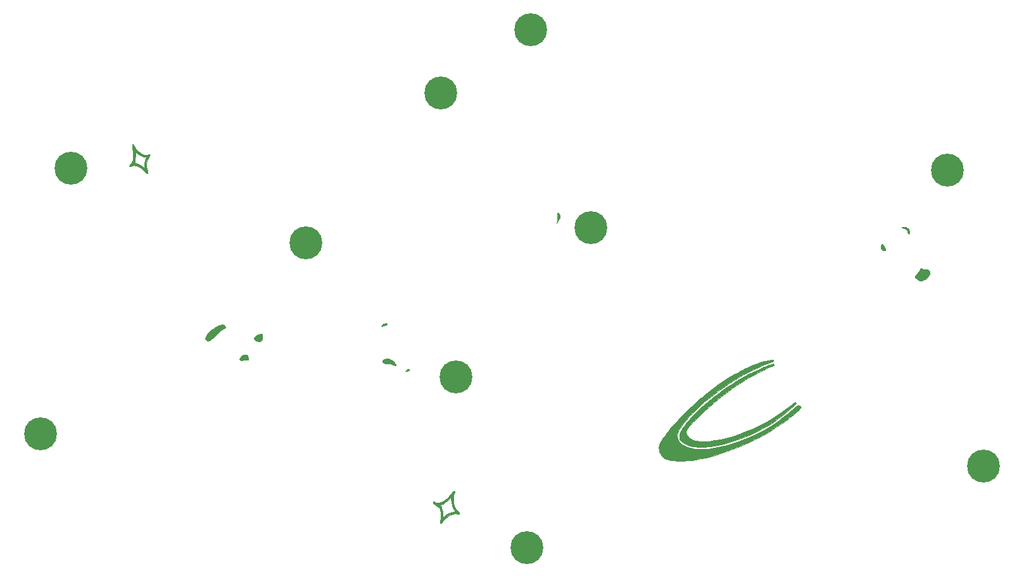
<source format=gbr>
%TF.GenerationSoftware,KiCad,Pcbnew,6.0.2-378541a8eb~116~ubuntu20.04.1*%
%TF.CreationDate,2022-03-20T18:30:42+01:00*%
%TF.ProjectId,Bottom_Plate,426f7474-6f6d-45f5-906c-6174652e6b69,v0.1*%
%TF.SameCoordinates,Original*%
%TF.FileFunction,Copper,L1,Top*%
%TF.FilePolarity,Positive*%
%FSLAX46Y46*%
G04 Gerber Fmt 4.6, Leading zero omitted, Abs format (unit mm)*
G04 Created by KiCad (PCBNEW 6.0.2-378541a8eb~116~ubuntu20.04.1) date 2022-03-20 18:30:42*
%MOMM*%
%LPD*%
G01*
G04 APERTURE LIST*
%TA.AperFunction,EtchedComponent*%
%ADD10C,0.010000*%
%TD*%
%TA.AperFunction,ComponentPad*%
%ADD11C,0.700000*%
%TD*%
%TA.AperFunction,ComponentPad*%
%ADD12C,4.400000*%
%TD*%
G04 APERTURE END LIST*
D10*
%TO.C,Ref\u002A\u002A*%
X162068339Y-131026523D02*
X162124386Y-131078700D01*
X162124386Y-131078700D02*
X162182492Y-131157604D01*
X162182492Y-131157604D02*
X162223573Y-131229916D01*
X162223573Y-131229916D02*
X162342309Y-131436306D01*
X162342309Y-131436306D02*
X162480399Y-131629740D01*
X162480399Y-131629740D02*
X162634126Y-131807885D01*
X162634126Y-131807885D02*
X162799771Y-131968407D01*
X162799771Y-131968407D02*
X162973615Y-132108971D01*
X162973615Y-132108971D02*
X163151942Y-132227244D01*
X163151942Y-132227244D02*
X163331033Y-132320890D01*
X163331033Y-132320890D02*
X163507170Y-132387576D01*
X163507170Y-132387576D02*
X163676635Y-132424968D01*
X163676635Y-132424968D02*
X163835709Y-132430730D01*
X163835709Y-132430730D02*
X163980676Y-132402530D01*
X163980676Y-132402530D02*
X164047115Y-132374758D01*
X164047115Y-132374758D02*
X164148179Y-132335148D01*
X164148179Y-132335148D02*
X164225347Y-132328091D01*
X164225347Y-132328091D02*
X164276994Y-132350137D01*
X164276994Y-132350137D02*
X164301497Y-132397838D01*
X164301497Y-132397838D02*
X164297231Y-132467746D01*
X164297231Y-132467746D02*
X164262572Y-132556410D01*
X164262572Y-132556410D02*
X164195896Y-132660384D01*
X164195896Y-132660384D02*
X164187063Y-132671931D01*
X164187063Y-132671931D02*
X164073965Y-132843377D01*
X164073965Y-132843377D02*
X163984539Y-133037607D01*
X163984539Y-133037607D02*
X163917200Y-133259173D01*
X163917200Y-133259173D02*
X163870363Y-133512629D01*
X163870363Y-133512629D02*
X163857650Y-133617879D01*
X163857650Y-133617879D02*
X163847034Y-133856266D01*
X163847034Y-133856266D02*
X163862974Y-134098380D01*
X163862974Y-134098380D02*
X163904051Y-134327674D01*
X163904051Y-134327674D02*
X163925027Y-134404916D01*
X163925027Y-134404916D02*
X163964649Y-134537128D01*
X163964649Y-134537128D02*
X163993325Y-134635145D01*
X163993325Y-134635145D02*
X164012219Y-134705335D01*
X164012219Y-134705335D02*
X164022498Y-134754066D01*
X164022498Y-134754066D02*
X164025326Y-134787708D01*
X164025326Y-134787708D02*
X164021869Y-134812629D01*
X164021869Y-134812629D02*
X164013293Y-134835197D01*
X164013293Y-134835197D02*
X164006426Y-134849730D01*
X164006426Y-134849730D02*
X163962199Y-134902515D01*
X163962199Y-134902515D02*
X163903287Y-134918842D01*
X163903287Y-134918842D02*
X163839641Y-134896680D01*
X163839641Y-134896680D02*
X163826101Y-134886529D01*
X163826101Y-134886529D02*
X163791543Y-134850906D01*
X163791543Y-134850906D02*
X163743352Y-134792737D01*
X163743352Y-134792737D02*
X163691786Y-134724424D01*
X163691786Y-134724424D02*
X163690343Y-134722416D01*
X163690343Y-134722416D02*
X163531876Y-134528499D01*
X163531876Y-134528499D02*
X163346374Y-134347371D01*
X163346374Y-134347371D02*
X163141222Y-134184107D01*
X163141222Y-134184107D02*
X162923802Y-134043782D01*
X162923802Y-134043782D02*
X162701498Y-133931468D01*
X162701498Y-133931468D02*
X162481694Y-133852240D01*
X162481694Y-133852240D02*
X162391843Y-133830040D01*
X162391843Y-133830040D02*
X162257136Y-133810379D01*
X162257136Y-133810379D02*
X162134910Y-133814142D01*
X162134910Y-133814142D02*
X162009623Y-133843105D01*
X162009623Y-133843105D02*
X161893558Y-133886965D01*
X161893558Y-133886965D02*
X161805874Y-133919216D01*
X161805874Y-133919216D02*
X161721557Y-133941744D01*
X161721557Y-133941744D02*
X161659994Y-133949833D01*
X161659994Y-133949833D02*
X161605023Y-133947095D01*
X161605023Y-133947095D02*
X161580398Y-133933868D01*
X161580398Y-133933868D02*
X161574234Y-133902633D01*
X161574234Y-133902633D02*
X161574167Y-133895525D01*
X161574167Y-133895525D02*
X161579940Y-133845784D01*
X161579940Y-133845784D02*
X161600546Y-133795239D01*
X161600546Y-133795239D02*
X161640912Y-133735694D01*
X161640912Y-133735694D02*
X161705967Y-133658952D01*
X161705967Y-133658952D02*
X161736771Y-133625112D01*
X161736771Y-133625112D02*
X161851236Y-133479336D01*
X161851236Y-133479336D02*
X161855123Y-133472247D01*
X161855123Y-133472247D02*
X162235613Y-133472247D01*
X162235613Y-133472247D02*
X162260251Y-133483655D01*
X162260251Y-133483655D02*
X162276334Y-133484166D01*
X162276334Y-133484166D02*
X162379311Y-133497111D01*
X162379311Y-133497111D02*
X162507535Y-133533495D01*
X162507535Y-133533495D02*
X162653739Y-133589646D01*
X162653739Y-133589646D02*
X162810660Y-133661891D01*
X162810660Y-133661891D02*
X162971033Y-133746556D01*
X162971033Y-133746556D02*
X163127592Y-133839969D01*
X163127592Y-133839969D02*
X163273072Y-133938455D01*
X163273072Y-133938455D02*
X163400208Y-134038342D01*
X163400208Y-134038342D02*
X163436834Y-134070925D01*
X163436834Y-134070925D02*
X163553250Y-134178288D01*
X163553250Y-134178288D02*
X163566226Y-133847102D01*
X163566226Y-133847102D02*
X163579200Y-133635064D01*
X163579200Y-133635064D02*
X163600192Y-133443697D01*
X163600192Y-133443697D02*
X163625061Y-133297851D01*
X163625061Y-133297851D02*
X163652123Y-133182318D01*
X163652123Y-133182318D02*
X163685345Y-133059482D01*
X163685345Y-133059482D02*
X163719115Y-132949564D01*
X163719115Y-132949564D02*
X163732176Y-132911940D01*
X163732176Y-132911940D02*
X163793432Y-132744094D01*
X163793432Y-132744094D02*
X163715674Y-132723636D01*
X163715674Y-132723636D02*
X163654472Y-132707913D01*
X163654472Y-132707913D02*
X163570975Y-132686937D01*
X163570975Y-132686937D02*
X163489750Y-132666845D01*
X163489750Y-132666845D02*
X163221483Y-132582330D01*
X163221483Y-132582330D02*
X162976693Y-132464884D01*
X162976693Y-132464884D02*
X162748374Y-132310952D01*
X162748374Y-132310952D02*
X162681302Y-132256500D01*
X162681302Y-132256500D02*
X162584199Y-132174620D01*
X162584199Y-132174620D02*
X162514347Y-132116562D01*
X162514347Y-132116562D02*
X162466634Y-132078861D01*
X162466634Y-132078861D02*
X162435943Y-132058052D01*
X162435943Y-132058052D02*
X162417163Y-132050669D01*
X162417163Y-132050669D02*
X162405178Y-132053249D01*
X162405178Y-132053249D02*
X162394875Y-132062325D01*
X162394875Y-132062325D02*
X162394816Y-132062384D01*
X162394816Y-132062384D02*
X162385141Y-132093379D01*
X162385141Y-132093379D02*
X162376129Y-132165790D01*
X162376129Y-132165790D02*
X162367850Y-132278704D01*
X162367850Y-132278704D02*
X162360373Y-132431209D01*
X162360373Y-132431209D02*
X162355081Y-132579050D01*
X162355081Y-132579050D02*
X162348803Y-132755938D01*
X162348803Y-132755938D02*
X162341542Y-132898957D01*
X162341542Y-132898957D02*
X162332165Y-133016573D01*
X162332165Y-133016573D02*
X162319538Y-133117251D01*
X162319538Y-133117251D02*
X162302527Y-133209455D01*
X162302527Y-133209455D02*
X162279999Y-133301650D01*
X162279999Y-133301650D02*
X162250820Y-133402301D01*
X162250820Y-133402301D02*
X162240248Y-133436541D01*
X162240248Y-133436541D02*
X162235613Y-133472247D01*
X162235613Y-133472247D02*
X161855123Y-133472247D01*
X161855123Y-133472247D02*
X161942330Y-133313243D01*
X161942330Y-133313243D02*
X162015086Y-133117420D01*
X162015086Y-133117420D02*
X162023738Y-133088332D01*
X162023738Y-133088332D02*
X162040061Y-133028332D01*
X162040061Y-133028332D02*
X162052186Y-132971698D01*
X162052186Y-132971698D02*
X162060701Y-132910751D01*
X162060701Y-132910751D02*
X162066193Y-132837814D01*
X162066193Y-132837814D02*
X162069252Y-132745209D01*
X162069252Y-132745209D02*
X162070465Y-132625259D01*
X162070465Y-132625259D02*
X162070443Y-132478750D01*
X162070443Y-132478750D02*
X162069529Y-132321811D01*
X162069529Y-132321811D02*
X162067177Y-132197627D01*
X162067177Y-132197627D02*
X162062612Y-132096623D01*
X162062612Y-132096623D02*
X162055058Y-132009226D01*
X162055058Y-132009226D02*
X162043740Y-131925861D01*
X162043740Y-131925861D02*
X162027883Y-131836954D01*
X162027883Y-131836954D02*
X162012173Y-131759083D01*
X162012173Y-131759083D02*
X161972095Y-131545475D01*
X161972095Y-131545475D02*
X161947519Y-131366069D01*
X161947519Y-131366069D02*
X161938434Y-131221841D01*
X161938434Y-131221841D02*
X161944829Y-131113766D01*
X161944829Y-131113766D02*
X161966693Y-131042820D01*
X161966693Y-131042820D02*
X162004016Y-131009979D01*
X162004016Y-131009979D02*
X162020378Y-131007666D01*
X162020378Y-131007666D02*
X162068339Y-131026523D01*
X162068339Y-131026523D02*
X162068339Y-131026523D01*
G36*
X162015086Y-133117420D02*
G01*
X162023738Y-133088332D01*
X162040061Y-133028332D01*
X162052186Y-132971698D01*
X162060701Y-132910751D01*
X162066193Y-132837814D01*
X162069252Y-132745209D01*
X162070465Y-132625259D01*
X162070443Y-132478750D01*
X162069529Y-132321811D01*
X162067177Y-132197627D01*
X162062612Y-132096623D01*
X162055058Y-132009226D01*
X162043740Y-131925861D01*
X162027883Y-131836954D01*
X162012173Y-131759083D01*
X161972095Y-131545475D01*
X161947519Y-131366069D01*
X161938434Y-131221841D01*
X161944829Y-131113766D01*
X161966693Y-131042820D01*
X162004016Y-131009979D01*
X162020378Y-131007666D01*
X162068339Y-131026523D01*
X162124386Y-131078700D01*
X162182492Y-131157604D01*
X162223573Y-131229916D01*
X162342309Y-131436306D01*
X162480399Y-131629740D01*
X162634126Y-131807885D01*
X162799771Y-131968407D01*
X162973615Y-132108971D01*
X163151942Y-132227244D01*
X163331033Y-132320890D01*
X163507170Y-132387576D01*
X163676635Y-132424968D01*
X163835709Y-132430730D01*
X163980676Y-132402530D01*
X164047115Y-132374758D01*
X164148179Y-132335148D01*
X164225347Y-132328091D01*
X164276994Y-132350137D01*
X164301497Y-132397838D01*
X164297231Y-132467746D01*
X164262572Y-132556410D01*
X164195896Y-132660384D01*
X164187063Y-132671931D01*
X164073965Y-132843377D01*
X163984539Y-133037607D01*
X163917200Y-133259173D01*
X163870363Y-133512629D01*
X163857650Y-133617879D01*
X163847034Y-133856266D01*
X163862974Y-134098380D01*
X163904051Y-134327674D01*
X163925027Y-134404916D01*
X163964649Y-134537128D01*
X163993325Y-134635145D01*
X164012219Y-134705335D01*
X164022498Y-134754066D01*
X164025326Y-134787708D01*
X164021869Y-134812629D01*
X164013293Y-134835197D01*
X164006426Y-134849730D01*
X163962199Y-134902515D01*
X163903287Y-134918842D01*
X163839641Y-134896680D01*
X163826101Y-134886529D01*
X163791543Y-134850906D01*
X163743352Y-134792737D01*
X163691786Y-134724424D01*
X163690343Y-134722416D01*
X163531876Y-134528499D01*
X163346374Y-134347371D01*
X163141222Y-134184107D01*
X162923802Y-134043782D01*
X162701498Y-133931468D01*
X162481694Y-133852240D01*
X162391843Y-133830040D01*
X162257136Y-133810379D01*
X162134910Y-133814142D01*
X162009623Y-133843105D01*
X161893558Y-133886965D01*
X161805874Y-133919216D01*
X161721557Y-133941744D01*
X161659994Y-133949833D01*
X161605023Y-133947095D01*
X161580398Y-133933868D01*
X161574234Y-133902633D01*
X161574167Y-133895525D01*
X161579940Y-133845784D01*
X161600546Y-133795239D01*
X161640912Y-133735694D01*
X161705967Y-133658952D01*
X161736771Y-133625112D01*
X161851236Y-133479336D01*
X161855123Y-133472247D01*
X162235613Y-133472247D01*
X162260251Y-133483655D01*
X162276334Y-133484166D01*
X162379311Y-133497111D01*
X162507535Y-133533495D01*
X162653739Y-133589646D01*
X162810660Y-133661891D01*
X162971033Y-133746556D01*
X163127592Y-133839969D01*
X163273072Y-133938455D01*
X163400208Y-134038342D01*
X163436834Y-134070925D01*
X163553250Y-134178288D01*
X163566226Y-133847102D01*
X163579200Y-133635064D01*
X163600192Y-133443697D01*
X163625061Y-133297851D01*
X163652123Y-133182318D01*
X163685345Y-133059482D01*
X163719115Y-132949564D01*
X163732176Y-132911940D01*
X163793432Y-132744094D01*
X163715674Y-132723636D01*
X163654472Y-132707913D01*
X163570975Y-132686937D01*
X163489750Y-132666845D01*
X163221483Y-132582330D01*
X162976693Y-132464884D01*
X162748374Y-132310952D01*
X162681302Y-132256500D01*
X162584199Y-132174620D01*
X162514347Y-132116562D01*
X162466634Y-132078861D01*
X162435943Y-132058052D01*
X162417163Y-132050669D01*
X162405178Y-132053249D01*
X162394875Y-132062325D01*
X162394816Y-132062384D01*
X162385141Y-132093379D01*
X162376129Y-132165790D01*
X162367850Y-132278704D01*
X162360373Y-132431209D01*
X162355081Y-132579050D01*
X162348803Y-132755938D01*
X162341542Y-132898957D01*
X162332165Y-133016573D01*
X162319538Y-133117251D01*
X162302527Y-133209455D01*
X162279999Y-133301650D01*
X162250820Y-133402301D01*
X162240248Y-133436541D01*
X162235613Y-133472247D01*
X161855123Y-133472247D01*
X161942330Y-133313243D01*
X162015086Y-133117420D01*
G37*
X162015086Y-133117420D02*
X162023738Y-133088332D01*
X162040061Y-133028332D01*
X162052186Y-132971698D01*
X162060701Y-132910751D01*
X162066193Y-132837814D01*
X162069252Y-132745209D01*
X162070465Y-132625259D01*
X162070443Y-132478750D01*
X162069529Y-132321811D01*
X162067177Y-132197627D01*
X162062612Y-132096623D01*
X162055058Y-132009226D01*
X162043740Y-131925861D01*
X162027883Y-131836954D01*
X162012173Y-131759083D01*
X161972095Y-131545475D01*
X161947519Y-131366069D01*
X161938434Y-131221841D01*
X161944829Y-131113766D01*
X161966693Y-131042820D01*
X162004016Y-131009979D01*
X162020378Y-131007666D01*
X162068339Y-131026523D01*
X162124386Y-131078700D01*
X162182492Y-131157604D01*
X162223573Y-131229916D01*
X162342309Y-131436306D01*
X162480399Y-131629740D01*
X162634126Y-131807885D01*
X162799771Y-131968407D01*
X162973615Y-132108971D01*
X163151942Y-132227244D01*
X163331033Y-132320890D01*
X163507170Y-132387576D01*
X163676635Y-132424968D01*
X163835709Y-132430730D01*
X163980676Y-132402530D01*
X164047115Y-132374758D01*
X164148179Y-132335148D01*
X164225347Y-132328091D01*
X164276994Y-132350137D01*
X164301497Y-132397838D01*
X164297231Y-132467746D01*
X164262572Y-132556410D01*
X164195896Y-132660384D01*
X164187063Y-132671931D01*
X164073965Y-132843377D01*
X163984539Y-133037607D01*
X163917200Y-133259173D01*
X163870363Y-133512629D01*
X163857650Y-133617879D01*
X163847034Y-133856266D01*
X163862974Y-134098380D01*
X163904051Y-134327674D01*
X163925027Y-134404916D01*
X163964649Y-134537128D01*
X163993325Y-134635145D01*
X164012219Y-134705335D01*
X164022498Y-134754066D01*
X164025326Y-134787708D01*
X164021869Y-134812629D01*
X164013293Y-134835197D01*
X164006426Y-134849730D01*
X163962199Y-134902515D01*
X163903287Y-134918842D01*
X163839641Y-134896680D01*
X163826101Y-134886529D01*
X163791543Y-134850906D01*
X163743352Y-134792737D01*
X163691786Y-134724424D01*
X163690343Y-134722416D01*
X163531876Y-134528499D01*
X163346374Y-134347371D01*
X163141222Y-134184107D01*
X162923802Y-134043782D01*
X162701498Y-133931468D01*
X162481694Y-133852240D01*
X162391843Y-133830040D01*
X162257136Y-133810379D01*
X162134910Y-133814142D01*
X162009623Y-133843105D01*
X161893558Y-133886965D01*
X161805874Y-133919216D01*
X161721557Y-133941744D01*
X161659994Y-133949833D01*
X161605023Y-133947095D01*
X161580398Y-133933868D01*
X161574234Y-133902633D01*
X161574167Y-133895525D01*
X161579940Y-133845784D01*
X161600546Y-133795239D01*
X161640912Y-133735694D01*
X161705967Y-133658952D01*
X161736771Y-133625112D01*
X161851236Y-133479336D01*
X161855123Y-133472247D01*
X162235613Y-133472247D01*
X162260251Y-133483655D01*
X162276334Y-133484166D01*
X162379311Y-133497111D01*
X162507535Y-133533495D01*
X162653739Y-133589646D01*
X162810660Y-133661891D01*
X162971033Y-133746556D01*
X163127592Y-133839969D01*
X163273072Y-133938455D01*
X163400208Y-134038342D01*
X163436834Y-134070925D01*
X163553250Y-134178288D01*
X163566226Y-133847102D01*
X163579200Y-133635064D01*
X163600192Y-133443697D01*
X163625061Y-133297851D01*
X163652123Y-133182318D01*
X163685345Y-133059482D01*
X163719115Y-132949564D01*
X163732176Y-132911940D01*
X163793432Y-132744094D01*
X163715674Y-132723636D01*
X163654472Y-132707913D01*
X163570975Y-132686937D01*
X163489750Y-132666845D01*
X163221483Y-132582330D01*
X162976693Y-132464884D01*
X162748374Y-132310952D01*
X162681302Y-132256500D01*
X162584199Y-132174620D01*
X162514347Y-132116562D01*
X162466634Y-132078861D01*
X162435943Y-132058052D01*
X162417163Y-132050669D01*
X162405178Y-132053249D01*
X162394875Y-132062325D01*
X162394816Y-132062384D01*
X162385141Y-132093379D01*
X162376129Y-132165790D01*
X162367850Y-132278704D01*
X162360373Y-132431209D01*
X162355081Y-132579050D01*
X162348803Y-132755938D01*
X162341542Y-132898957D01*
X162332165Y-133016573D01*
X162319538Y-133117251D01*
X162302527Y-133209455D01*
X162279999Y-133301650D01*
X162250820Y-133402301D01*
X162240248Y-133436541D01*
X162235613Y-133472247D01*
X161855123Y-133472247D01*
X161942330Y-133313243D01*
X162015086Y-133117420D01*
X196140739Y-159722158D02*
X196232034Y-159729129D01*
X196232034Y-159729129D02*
X196309492Y-159743032D01*
X196309492Y-159743032D02*
X196387301Y-159765734D01*
X196387301Y-159765734D02*
X196400231Y-159770135D01*
X196400231Y-159770135D02*
X196538232Y-159830249D01*
X196538232Y-159830249D02*
X196682715Y-159914353D01*
X196682715Y-159914353D02*
X196818791Y-160012536D01*
X196818791Y-160012536D02*
X196931571Y-160114886D01*
X196931571Y-160114886D02*
X196952425Y-160137718D01*
X196952425Y-160137718D02*
X197009273Y-160210757D01*
X197009273Y-160210757D02*
X197064784Y-160295812D01*
X197064784Y-160295812D02*
X197113732Y-160383061D01*
X197113732Y-160383061D02*
X197150893Y-160462686D01*
X197150893Y-160462686D02*
X197171042Y-160524866D01*
X197171042Y-160524866D02*
X197172524Y-160551371D01*
X197172524Y-160551371D02*
X197151785Y-160581730D01*
X197151785Y-160581730D02*
X197103517Y-160591109D01*
X197103517Y-160591109D02*
X197025486Y-160579208D01*
X197025486Y-160579208D02*
X196915460Y-160545729D01*
X196915460Y-160545729D02*
X196797748Y-160501142D01*
X196797748Y-160501142D02*
X196708626Y-160465703D01*
X196708626Y-160465703D02*
X196637989Y-160439807D01*
X196637989Y-160439807D02*
X196575865Y-160421519D01*
X196575865Y-160421519D02*
X196512285Y-160408903D01*
X196512285Y-160408903D02*
X196437277Y-160400025D01*
X196437277Y-160400025D02*
X196340869Y-160392950D01*
X196340869Y-160392950D02*
X196213092Y-160385744D01*
X196213092Y-160385744D02*
X196199180Y-160384994D01*
X196199180Y-160384994D02*
X196006257Y-160372341D01*
X196006257Y-160372341D02*
X195850304Y-160356464D01*
X195850304Y-160356464D02*
X195726003Y-160336027D01*
X195726003Y-160336027D02*
X195628033Y-160309697D01*
X195628033Y-160309697D02*
X195551074Y-160276139D01*
X195551074Y-160276139D02*
X195489807Y-160234019D01*
X195489807Y-160234019D02*
X195452475Y-160197699D01*
X195452475Y-160197699D02*
X195414932Y-160128409D01*
X195414932Y-160128409D02*
X195414593Y-160050172D01*
X195414593Y-160050172D02*
X195448781Y-159968238D01*
X195448781Y-159968238D02*
X195514815Y-159887856D01*
X195514815Y-159887856D02*
X195610020Y-159814276D01*
X195610020Y-159814276D02*
X195663667Y-159783750D01*
X195663667Y-159783750D02*
X195721443Y-159755553D01*
X195721443Y-159755553D02*
X195771179Y-159737207D01*
X195771179Y-159737207D02*
X195824698Y-159726613D01*
X195824698Y-159726613D02*
X195893821Y-159721672D01*
X195893821Y-159721672D02*
X195990372Y-159720286D01*
X195990372Y-159720286D02*
X196021420Y-159720250D01*
X196021420Y-159720250D02*
X196140739Y-159722158D01*
X196140739Y-159722158D02*
X196140739Y-159722158D01*
G36*
X196140739Y-159722158D02*
G01*
X196232034Y-159729129D01*
X196309492Y-159743032D01*
X196387301Y-159765734D01*
X196400231Y-159770135D01*
X196538232Y-159830249D01*
X196682715Y-159914353D01*
X196818791Y-160012536D01*
X196931571Y-160114886D01*
X196952425Y-160137718D01*
X197009273Y-160210757D01*
X197064784Y-160295812D01*
X197113732Y-160383061D01*
X197150893Y-160462686D01*
X197171042Y-160524866D01*
X197172524Y-160551371D01*
X197151785Y-160581730D01*
X197103517Y-160591109D01*
X197025486Y-160579208D01*
X196915460Y-160545729D01*
X196797748Y-160501142D01*
X196708626Y-160465703D01*
X196637989Y-160439807D01*
X196575865Y-160421519D01*
X196512285Y-160408903D01*
X196437277Y-160400025D01*
X196340869Y-160392950D01*
X196213092Y-160385744D01*
X196199180Y-160384994D01*
X196006257Y-160372341D01*
X195850304Y-160356464D01*
X195726003Y-160336027D01*
X195628033Y-160309697D01*
X195551074Y-160276139D01*
X195489807Y-160234019D01*
X195452475Y-160197699D01*
X195414932Y-160128409D01*
X195414593Y-160050172D01*
X195448781Y-159968238D01*
X195514815Y-159887856D01*
X195610020Y-159814276D01*
X195663667Y-159783750D01*
X195721443Y-159755553D01*
X195771179Y-159737207D01*
X195824698Y-159726613D01*
X195893821Y-159721672D01*
X195990372Y-159720286D01*
X196021420Y-159720250D01*
X196140739Y-159722158D01*
G37*
X196140739Y-159722158D02*
X196232034Y-159729129D01*
X196309492Y-159743032D01*
X196387301Y-159765734D01*
X196400231Y-159770135D01*
X196538232Y-159830249D01*
X196682715Y-159914353D01*
X196818791Y-160012536D01*
X196931571Y-160114886D01*
X196952425Y-160137718D01*
X197009273Y-160210757D01*
X197064784Y-160295812D01*
X197113732Y-160383061D01*
X197150893Y-160462686D01*
X197171042Y-160524866D01*
X197172524Y-160551371D01*
X197151785Y-160581730D01*
X197103517Y-160591109D01*
X197025486Y-160579208D01*
X196915460Y-160545729D01*
X196797748Y-160501142D01*
X196708626Y-160465703D01*
X196637989Y-160439807D01*
X196575865Y-160421519D01*
X196512285Y-160408903D01*
X196437277Y-160400025D01*
X196340869Y-160392950D01*
X196213092Y-160385744D01*
X196199180Y-160384994D01*
X196006257Y-160372341D01*
X195850304Y-160356464D01*
X195726003Y-160336027D01*
X195628033Y-160309697D01*
X195551074Y-160276139D01*
X195489807Y-160234019D01*
X195452475Y-160197699D01*
X195414932Y-160128409D01*
X195414593Y-160050172D01*
X195448781Y-159968238D01*
X195514815Y-159887856D01*
X195610020Y-159814276D01*
X195663667Y-159783750D01*
X195721443Y-159755553D01*
X195771179Y-159737207D01*
X195824698Y-159726613D01*
X195893821Y-159721672D01*
X195990372Y-159720286D01*
X196021420Y-159720250D01*
X196140739Y-159722158D01*
X247606189Y-159827119D02*
X247633690Y-159850534D01*
X247633690Y-159850534D02*
X247643156Y-159891392D01*
X247643156Y-159891392D02*
X247641882Y-159934796D01*
X247641882Y-159934796D02*
X247627893Y-159998960D01*
X247627893Y-159998960D02*
X247602070Y-160049881D01*
X247602070Y-160049881D02*
X247597422Y-160055163D01*
X247597422Y-160055163D02*
X247566801Y-160073474D01*
X247566801Y-160073474D02*
X247502585Y-160102896D01*
X247502585Y-160102896D02*
X247411213Y-160140791D01*
X247411213Y-160140791D02*
X247299130Y-160184520D01*
X247299130Y-160184520D02*
X247172775Y-160231446D01*
X247172775Y-160231446D02*
X247125030Y-160248615D01*
X247125030Y-160248615D02*
X246550748Y-160462714D01*
X246550748Y-160462714D02*
X245993081Y-160690316D01*
X245993081Y-160690316D02*
X245440835Y-160936384D01*
X245440835Y-160936384D02*
X244882813Y-161205880D01*
X244882813Y-161205880D02*
X244378475Y-161466153D01*
X244378475Y-161466153D02*
X243689377Y-161843507D01*
X243689377Y-161843507D02*
X243000159Y-162244012D01*
X243000159Y-162244012D02*
X242314310Y-162665057D01*
X242314310Y-162665057D02*
X241635321Y-163104033D01*
X241635321Y-163104033D02*
X240966684Y-163558332D01*
X240966684Y-163558332D02*
X240311888Y-164025344D01*
X240311888Y-164025344D02*
X239674426Y-164502461D01*
X239674426Y-164502461D02*
X239057787Y-164987072D01*
X239057787Y-164987072D02*
X238465463Y-165476570D01*
X238465463Y-165476570D02*
X237900944Y-165968344D01*
X237900944Y-165968344D02*
X237367722Y-166459785D01*
X237367722Y-166459785D02*
X236869286Y-166948285D01*
X236869286Y-166948285D02*
X236434408Y-167403750D01*
X236434408Y-167403750D02*
X236188904Y-167677515D01*
X236188904Y-167677515D02*
X235957153Y-167950692D01*
X235957153Y-167950692D02*
X235741267Y-168220191D01*
X235741267Y-168220191D02*
X235543361Y-168482923D01*
X235543361Y-168482923D02*
X235365547Y-168735802D01*
X235365547Y-168735802D02*
X235209937Y-168975739D01*
X235209937Y-168975739D02*
X235078646Y-169199644D01*
X235078646Y-169199644D02*
X234973786Y-169404431D01*
X234973786Y-169404431D02*
X234897469Y-169587011D01*
X234897469Y-169587011D02*
X234861462Y-169702672D01*
X234861462Y-169702672D02*
X234822374Y-169932505D01*
X234822374Y-169932505D02*
X234823848Y-170154376D01*
X234823848Y-170154376D02*
X234864677Y-170367211D01*
X234864677Y-170367211D02*
X234943656Y-170569939D01*
X234943656Y-170569939D02*
X235059576Y-170761487D01*
X235059576Y-170761487D02*
X235211232Y-170940784D01*
X235211232Y-170940784D02*
X235397416Y-171106757D01*
X235397416Y-171106757D02*
X235616923Y-171258334D01*
X235616923Y-171258334D02*
X235868546Y-171394443D01*
X235868546Y-171394443D02*
X236151077Y-171514012D01*
X236151077Y-171514012D02*
X236463311Y-171615969D01*
X236463311Y-171615969D02*
X236804040Y-171699241D01*
X236804040Y-171699241D02*
X237172059Y-171762757D01*
X237172059Y-171762757D02*
X237181500Y-171764069D01*
X237181500Y-171764069D02*
X237336958Y-171781240D01*
X237336958Y-171781240D02*
X237524063Y-171794981D01*
X237524063Y-171794981D02*
X237732248Y-171805048D01*
X237732248Y-171805048D02*
X237950946Y-171811198D01*
X237950946Y-171811198D02*
X238169592Y-171813188D01*
X238169592Y-171813188D02*
X238377619Y-171810775D01*
X238377619Y-171810775D02*
X238564460Y-171803717D01*
X238564460Y-171803717D02*
X238652584Y-171797907D01*
X238652584Y-171797907D02*
X239001798Y-171763221D01*
X239001798Y-171763221D02*
X239382544Y-171712227D01*
X239382544Y-171712227D02*
X239787899Y-171646319D01*
X239787899Y-171646319D02*
X240210941Y-171566895D01*
X240210941Y-171566895D02*
X240644747Y-171475351D01*
X240644747Y-171475351D02*
X241082395Y-171373081D01*
X241082395Y-171373081D02*
X241516963Y-171261483D01*
X241516963Y-171261483D02*
X241941529Y-171141953D01*
X241941529Y-171141953D02*
X242018084Y-171119184D01*
X242018084Y-171119184D02*
X242857539Y-170848602D01*
X242857539Y-170848602D02*
X243687935Y-170543759D01*
X243687935Y-170543759D02*
X244505913Y-170206401D01*
X244505913Y-170206401D02*
X245308113Y-169838272D01*
X245308113Y-169838272D02*
X246091175Y-169441120D01*
X246091175Y-169441120D02*
X246851740Y-169016690D01*
X246851740Y-169016690D02*
X247586446Y-168566727D01*
X247586446Y-168566727D02*
X248291936Y-168092977D01*
X248291936Y-168092977D02*
X248964849Y-167597187D01*
X248964849Y-167597187D02*
X249287604Y-167341924D01*
X249287604Y-167341924D02*
X249532501Y-167138264D01*
X249532501Y-167138264D02*
X249795431Y-166909932D01*
X249795431Y-166909932D02*
X250067454Y-166664885D01*
X250067454Y-166664885D02*
X250339632Y-166411079D01*
X250339632Y-166411079D02*
X250426010Y-166328631D01*
X250426010Y-166328631D02*
X250565030Y-166196008D01*
X250565030Y-166196008D02*
X250678468Y-166091281D01*
X250678468Y-166091281D02*
X250770823Y-166012559D01*
X250770823Y-166012559D02*
X250846591Y-165957950D01*
X250846591Y-165957950D02*
X250910271Y-165925563D01*
X250910271Y-165925563D02*
X250966362Y-165913506D01*
X250966362Y-165913506D02*
X251019361Y-165919888D01*
X251019361Y-165919888D02*
X251073766Y-165942818D01*
X251073766Y-165942818D02*
X251134076Y-165980404D01*
X251134076Y-165980404D02*
X251178911Y-166012041D01*
X251178911Y-166012041D02*
X251267314Y-166080451D01*
X251267314Y-166080451D02*
X251321783Y-166135747D01*
X251321783Y-166135747D02*
X251346338Y-166183568D01*
X251346338Y-166183568D02*
X251344998Y-166229548D01*
X251344998Y-166229548D02*
X251341569Y-166240136D01*
X251341569Y-166240136D02*
X251319934Y-166271216D01*
X251319934Y-166271216D02*
X251271017Y-166326259D01*
X251271017Y-166326259D02*
X251199159Y-166401082D01*
X251199159Y-166401082D02*
X251108698Y-166491499D01*
X251108698Y-166491499D02*
X251003973Y-166593326D01*
X251003973Y-166593326D02*
X250889323Y-166702378D01*
X250889323Y-166702378D02*
X250769085Y-166814470D01*
X250769085Y-166814470D02*
X250647600Y-166925418D01*
X250647600Y-166925418D02*
X250529205Y-167031037D01*
X250529205Y-167031037D02*
X250450548Y-167099510D01*
X250450548Y-167099510D02*
X249877234Y-167572812D01*
X249877234Y-167572812D02*
X249264640Y-168040753D01*
X249264640Y-168040753D02*
X248615661Y-168501638D01*
X248615661Y-168501638D02*
X247933192Y-168953774D01*
X247933192Y-168953774D02*
X247220126Y-169395467D01*
X247220126Y-169395467D02*
X246479359Y-169825023D01*
X246479359Y-169825023D02*
X245713784Y-170240748D01*
X245713784Y-170240748D02*
X244926297Y-170640948D01*
X244926297Y-170640948D02*
X244119792Y-171023930D01*
X244119792Y-171023930D02*
X243297164Y-171387999D01*
X243297164Y-171387999D02*
X242695417Y-171637910D01*
X242695417Y-171637910D02*
X241980856Y-171916998D01*
X241980856Y-171916998D02*
X241275496Y-172173443D01*
X241275496Y-172173443D02*
X240581247Y-172406832D01*
X240581247Y-172406832D02*
X239900016Y-172616748D01*
X239900016Y-172616748D02*
X239233711Y-172802778D01*
X239233711Y-172802778D02*
X238584242Y-172964506D01*
X238584242Y-172964506D02*
X237953515Y-173101518D01*
X237953515Y-173101518D02*
X237343439Y-173213399D01*
X237343439Y-173213399D02*
X236755922Y-173299734D01*
X236755922Y-173299734D02*
X236192872Y-173360109D01*
X236192872Y-173360109D02*
X235656199Y-173394109D01*
X235656199Y-173394109D02*
X235147809Y-173401318D01*
X235147809Y-173401318D02*
X234673250Y-173381588D01*
X234673250Y-173381588D02*
X234424026Y-173358663D01*
X234424026Y-173358663D02*
X234176614Y-173326722D01*
X234176614Y-173326722D02*
X233937688Y-173287141D01*
X233937688Y-173287141D02*
X233713919Y-173241298D01*
X233713919Y-173241298D02*
X233511979Y-173190570D01*
X233511979Y-173190570D02*
X233338540Y-173136334D01*
X233338540Y-173136334D02*
X233200275Y-173079967D01*
X233200275Y-173079967D02*
X233191815Y-173075843D01*
X233191815Y-173075843D02*
X233000997Y-172958279D01*
X233000997Y-172958279D02*
X232830485Y-172804082D01*
X232830485Y-172804082D02*
X232680033Y-172612970D01*
X232680033Y-172612970D02*
X232549395Y-172384661D01*
X232549395Y-172384661D02*
X232504644Y-172287511D01*
X232504644Y-172287511D02*
X232444362Y-172133735D01*
X232444362Y-172133735D02*
X232399739Y-171983473D01*
X232399739Y-171983473D02*
X232371748Y-171834445D01*
X232371748Y-171834445D02*
X232361361Y-171684370D01*
X232361361Y-171684370D02*
X232369551Y-171530970D01*
X232369551Y-171530970D02*
X232397291Y-171371964D01*
X232397291Y-171371964D02*
X232445553Y-171205073D01*
X232445553Y-171205073D02*
X232515309Y-171028016D01*
X232515309Y-171028016D02*
X232607533Y-170838515D01*
X232607533Y-170838515D02*
X232723196Y-170634289D01*
X232723196Y-170634289D02*
X232863271Y-170413058D01*
X232863271Y-170413058D02*
X233028732Y-170172544D01*
X233028732Y-170172544D02*
X233220549Y-169910465D01*
X233220549Y-169910465D02*
X233439697Y-169624543D01*
X233439697Y-169624543D02*
X233687147Y-169312497D01*
X233687147Y-169312497D02*
X233870217Y-169086500D01*
X233870217Y-169086500D02*
X234374538Y-168488155D01*
X234374538Y-168488155D02*
X234915207Y-167884273D01*
X234915207Y-167884273D02*
X235487500Y-167279580D01*
X235487500Y-167279580D02*
X236086697Y-166678802D01*
X236086697Y-166678802D02*
X236708073Y-166086663D01*
X236708073Y-166086663D02*
X237346907Y-165507891D01*
X237346907Y-165507891D02*
X237998476Y-164947210D01*
X237998476Y-164947210D02*
X238049334Y-164904677D01*
X238049334Y-164904677D02*
X238784374Y-164308394D01*
X238784374Y-164308394D02*
X239533015Y-163734616D01*
X239533015Y-163734616D02*
X240290374Y-163186739D01*
X240290374Y-163186739D02*
X241051568Y-162668162D01*
X241051568Y-162668162D02*
X241811716Y-162182282D01*
X241811716Y-162182282D02*
X242565935Y-161732498D01*
X242565935Y-161732498D02*
X242790667Y-161604911D01*
X242790667Y-161604911D02*
X242956394Y-161514103D01*
X242956394Y-161514103D02*
X243150321Y-161411457D01*
X243150321Y-161411457D02*
X243364699Y-161300803D01*
X243364699Y-161300803D02*
X243591779Y-161185974D01*
X243591779Y-161185974D02*
X243823810Y-161070801D01*
X243823810Y-161070801D02*
X244053044Y-160959117D01*
X244053044Y-160959117D02*
X244271731Y-160854752D01*
X244271731Y-160854752D02*
X244472121Y-160761539D01*
X244472121Y-160761539D02*
X244646466Y-160683309D01*
X244646466Y-160683309D02*
X244710499Y-160655655D01*
X244710499Y-160655655D02*
X245318251Y-160411776D01*
X245318251Y-160411776D02*
X245906834Y-160205455D01*
X245906834Y-160205455D02*
X246476475Y-160036625D01*
X246476475Y-160036625D02*
X247027402Y-159905213D01*
X247027402Y-159905213D02*
X247357706Y-159842834D01*
X247357706Y-159842834D02*
X247473974Y-159825138D01*
X247473974Y-159825138D02*
X247554876Y-159819277D01*
X247554876Y-159819277D02*
X247606189Y-159827119D01*
X247606189Y-159827119D02*
X247606189Y-159827119D01*
G36*
X247606189Y-159827119D02*
G01*
X247633690Y-159850534D01*
X247643156Y-159891392D01*
X247641882Y-159934796D01*
X247627893Y-159998960D01*
X247602070Y-160049881D01*
X247597422Y-160055163D01*
X247566801Y-160073474D01*
X247502585Y-160102896D01*
X247411213Y-160140791D01*
X247299130Y-160184520D01*
X247172775Y-160231446D01*
X247125030Y-160248615D01*
X246550748Y-160462714D01*
X245993081Y-160690316D01*
X245440835Y-160936384D01*
X244882813Y-161205880D01*
X244378475Y-161466153D01*
X243689377Y-161843507D01*
X243000159Y-162244012D01*
X242314310Y-162665057D01*
X241635321Y-163104033D01*
X240966684Y-163558332D01*
X240311888Y-164025344D01*
X239674426Y-164502461D01*
X239057787Y-164987072D01*
X238465463Y-165476570D01*
X237900944Y-165968344D01*
X237367722Y-166459785D01*
X236869286Y-166948285D01*
X236434408Y-167403750D01*
X236188904Y-167677515D01*
X235957153Y-167950692D01*
X235741267Y-168220191D01*
X235543361Y-168482923D01*
X235365547Y-168735802D01*
X235209937Y-168975739D01*
X235078646Y-169199644D01*
X234973786Y-169404431D01*
X234897469Y-169587011D01*
X234861462Y-169702672D01*
X234822374Y-169932505D01*
X234823848Y-170154376D01*
X234864677Y-170367211D01*
X234943656Y-170569939D01*
X235059576Y-170761487D01*
X235211232Y-170940784D01*
X235397416Y-171106757D01*
X235616923Y-171258334D01*
X235868546Y-171394443D01*
X236151077Y-171514012D01*
X236463311Y-171615969D01*
X236804040Y-171699241D01*
X237172059Y-171762757D01*
X237181500Y-171764069D01*
X237336958Y-171781240D01*
X237524063Y-171794981D01*
X237732248Y-171805048D01*
X237950946Y-171811198D01*
X238169592Y-171813188D01*
X238377619Y-171810775D01*
X238564460Y-171803717D01*
X238652584Y-171797907D01*
X239001798Y-171763221D01*
X239382544Y-171712227D01*
X239787899Y-171646319D01*
X240210941Y-171566895D01*
X240644747Y-171475351D01*
X241082395Y-171373081D01*
X241516963Y-171261483D01*
X241941529Y-171141953D01*
X242018084Y-171119184D01*
X242857539Y-170848602D01*
X243687935Y-170543759D01*
X244505913Y-170206401D01*
X245308113Y-169838272D01*
X246091175Y-169441120D01*
X246851740Y-169016690D01*
X247586446Y-168566727D01*
X248291936Y-168092977D01*
X248964849Y-167597187D01*
X249287604Y-167341924D01*
X249532501Y-167138264D01*
X249795431Y-166909932D01*
X250067454Y-166664885D01*
X250339632Y-166411079D01*
X250426010Y-166328631D01*
X250565030Y-166196008D01*
X250678468Y-166091281D01*
X250770823Y-166012559D01*
X250846591Y-165957950D01*
X250910271Y-165925563D01*
X250966362Y-165913506D01*
X251019361Y-165919888D01*
X251073766Y-165942818D01*
X251134076Y-165980404D01*
X251178911Y-166012041D01*
X251267314Y-166080451D01*
X251321783Y-166135747D01*
X251346338Y-166183568D01*
X251344998Y-166229548D01*
X251341569Y-166240136D01*
X251319934Y-166271216D01*
X251271017Y-166326259D01*
X251199159Y-166401082D01*
X251108698Y-166491499D01*
X251003973Y-166593326D01*
X250889323Y-166702378D01*
X250769085Y-166814470D01*
X250647600Y-166925418D01*
X250529205Y-167031037D01*
X250450548Y-167099510D01*
X249877234Y-167572812D01*
X249264640Y-168040753D01*
X248615661Y-168501638D01*
X247933192Y-168953774D01*
X247220126Y-169395467D01*
X246479359Y-169825023D01*
X245713784Y-170240748D01*
X244926297Y-170640948D01*
X244119792Y-171023930D01*
X243297164Y-171387999D01*
X242695417Y-171637910D01*
X241980856Y-171916998D01*
X241275496Y-172173443D01*
X240581247Y-172406832D01*
X239900016Y-172616748D01*
X239233711Y-172802778D01*
X238584242Y-172964506D01*
X237953515Y-173101518D01*
X237343439Y-173213399D01*
X236755922Y-173299734D01*
X236192872Y-173360109D01*
X235656199Y-173394109D01*
X235147809Y-173401318D01*
X234673250Y-173381588D01*
X234424026Y-173358663D01*
X234176614Y-173326722D01*
X233937688Y-173287141D01*
X233713919Y-173241298D01*
X233511979Y-173190570D01*
X233338540Y-173136334D01*
X233200275Y-173079967D01*
X233191815Y-173075843D01*
X233000997Y-172958279D01*
X232830485Y-172804082D01*
X232680033Y-172612970D01*
X232549395Y-172384661D01*
X232504644Y-172287511D01*
X232444362Y-172133735D01*
X232399739Y-171983473D01*
X232371748Y-171834445D01*
X232361361Y-171684370D01*
X232369551Y-171530970D01*
X232397291Y-171371964D01*
X232445553Y-171205073D01*
X232515309Y-171028016D01*
X232607533Y-170838515D01*
X232723196Y-170634289D01*
X232863271Y-170413058D01*
X233028732Y-170172544D01*
X233220549Y-169910465D01*
X233439697Y-169624543D01*
X233687147Y-169312497D01*
X233870217Y-169086500D01*
X234374538Y-168488155D01*
X234915207Y-167884273D01*
X235487500Y-167279580D01*
X236086697Y-166678802D01*
X236708073Y-166086663D01*
X237346907Y-165507891D01*
X237998476Y-164947210D01*
X238049334Y-164904677D01*
X238784374Y-164308394D01*
X239533015Y-163734616D01*
X240290374Y-163186739D01*
X241051568Y-162668162D01*
X241811716Y-162182282D01*
X242565935Y-161732498D01*
X242790667Y-161604911D01*
X242956394Y-161514103D01*
X243150321Y-161411457D01*
X243364699Y-161300803D01*
X243591779Y-161185974D01*
X243823810Y-161070801D01*
X244053044Y-160959117D01*
X244271731Y-160854752D01*
X244472121Y-160761539D01*
X244646466Y-160683309D01*
X244710499Y-160655655D01*
X245318251Y-160411776D01*
X245906834Y-160205455D01*
X246476475Y-160036625D01*
X247027402Y-159905213D01*
X247357706Y-159842834D01*
X247473974Y-159825138D01*
X247554876Y-159819277D01*
X247606189Y-159827119D01*
G37*
X247606189Y-159827119D02*
X247633690Y-159850534D01*
X247643156Y-159891392D01*
X247641882Y-159934796D01*
X247627893Y-159998960D01*
X247602070Y-160049881D01*
X247597422Y-160055163D01*
X247566801Y-160073474D01*
X247502585Y-160102896D01*
X247411213Y-160140791D01*
X247299130Y-160184520D01*
X247172775Y-160231446D01*
X247125030Y-160248615D01*
X246550748Y-160462714D01*
X245993081Y-160690316D01*
X245440835Y-160936384D01*
X244882813Y-161205880D01*
X244378475Y-161466153D01*
X243689377Y-161843507D01*
X243000159Y-162244012D01*
X242314310Y-162665057D01*
X241635321Y-163104033D01*
X240966684Y-163558332D01*
X240311888Y-164025344D01*
X239674426Y-164502461D01*
X239057787Y-164987072D01*
X238465463Y-165476570D01*
X237900944Y-165968344D01*
X237367722Y-166459785D01*
X236869286Y-166948285D01*
X236434408Y-167403750D01*
X236188904Y-167677515D01*
X235957153Y-167950692D01*
X235741267Y-168220191D01*
X235543361Y-168482923D01*
X235365547Y-168735802D01*
X235209937Y-168975739D01*
X235078646Y-169199644D01*
X234973786Y-169404431D01*
X234897469Y-169587011D01*
X234861462Y-169702672D01*
X234822374Y-169932505D01*
X234823848Y-170154376D01*
X234864677Y-170367211D01*
X234943656Y-170569939D01*
X235059576Y-170761487D01*
X235211232Y-170940784D01*
X235397416Y-171106757D01*
X235616923Y-171258334D01*
X235868546Y-171394443D01*
X236151077Y-171514012D01*
X236463311Y-171615969D01*
X236804040Y-171699241D01*
X237172059Y-171762757D01*
X237181500Y-171764069D01*
X237336958Y-171781240D01*
X237524063Y-171794981D01*
X237732248Y-171805048D01*
X237950946Y-171811198D01*
X238169592Y-171813188D01*
X238377619Y-171810775D01*
X238564460Y-171803717D01*
X238652584Y-171797907D01*
X239001798Y-171763221D01*
X239382544Y-171712227D01*
X239787899Y-171646319D01*
X240210941Y-171566895D01*
X240644747Y-171475351D01*
X241082395Y-171373081D01*
X241516963Y-171261483D01*
X241941529Y-171141953D01*
X242018084Y-171119184D01*
X242857539Y-170848602D01*
X243687935Y-170543759D01*
X244505913Y-170206401D01*
X245308113Y-169838272D01*
X246091175Y-169441120D01*
X246851740Y-169016690D01*
X247586446Y-168566727D01*
X248291936Y-168092977D01*
X248964849Y-167597187D01*
X249287604Y-167341924D01*
X249532501Y-167138264D01*
X249795431Y-166909932D01*
X250067454Y-166664885D01*
X250339632Y-166411079D01*
X250426010Y-166328631D01*
X250565030Y-166196008D01*
X250678468Y-166091281D01*
X250770823Y-166012559D01*
X250846591Y-165957950D01*
X250910271Y-165925563D01*
X250966362Y-165913506D01*
X251019361Y-165919888D01*
X251073766Y-165942818D01*
X251134076Y-165980404D01*
X251178911Y-166012041D01*
X251267314Y-166080451D01*
X251321783Y-166135747D01*
X251346338Y-166183568D01*
X251344998Y-166229548D01*
X251341569Y-166240136D01*
X251319934Y-166271216D01*
X251271017Y-166326259D01*
X251199159Y-166401082D01*
X251108698Y-166491499D01*
X251003973Y-166593326D01*
X250889323Y-166702378D01*
X250769085Y-166814470D01*
X250647600Y-166925418D01*
X250529205Y-167031037D01*
X250450548Y-167099510D01*
X249877234Y-167572812D01*
X249264640Y-168040753D01*
X248615661Y-168501638D01*
X247933192Y-168953774D01*
X247220126Y-169395467D01*
X246479359Y-169825023D01*
X245713784Y-170240748D01*
X244926297Y-170640948D01*
X244119792Y-171023930D01*
X243297164Y-171387999D01*
X242695417Y-171637910D01*
X241980856Y-171916998D01*
X241275496Y-172173443D01*
X240581247Y-172406832D01*
X239900016Y-172616748D01*
X239233711Y-172802778D01*
X238584242Y-172964506D01*
X237953515Y-173101518D01*
X237343439Y-173213399D01*
X236755922Y-173299734D01*
X236192872Y-173360109D01*
X235656199Y-173394109D01*
X235147809Y-173401318D01*
X234673250Y-173381588D01*
X234424026Y-173358663D01*
X234176614Y-173326722D01*
X233937688Y-173287141D01*
X233713919Y-173241298D01*
X233511979Y-173190570D01*
X233338540Y-173136334D01*
X233200275Y-173079967D01*
X233191815Y-173075843D01*
X233000997Y-172958279D01*
X232830485Y-172804082D01*
X232680033Y-172612970D01*
X232549395Y-172384661D01*
X232504644Y-172287511D01*
X232444362Y-172133735D01*
X232399739Y-171983473D01*
X232371748Y-171834445D01*
X232361361Y-171684370D01*
X232369551Y-171530970D01*
X232397291Y-171371964D01*
X232445553Y-171205073D01*
X232515309Y-171028016D01*
X232607533Y-170838515D01*
X232723196Y-170634289D01*
X232863271Y-170413058D01*
X233028732Y-170172544D01*
X233220549Y-169910465D01*
X233439697Y-169624543D01*
X233687147Y-169312497D01*
X233870217Y-169086500D01*
X234374538Y-168488155D01*
X234915207Y-167884273D01*
X235487500Y-167279580D01*
X236086697Y-166678802D01*
X236708073Y-166086663D01*
X237346907Y-165507891D01*
X237998476Y-164947210D01*
X238049334Y-164904677D01*
X238784374Y-164308394D01*
X239533015Y-163734616D01*
X240290374Y-163186739D01*
X241051568Y-162668162D01*
X241811716Y-162182282D01*
X242565935Y-161732498D01*
X242790667Y-161604911D01*
X242956394Y-161514103D01*
X243150321Y-161411457D01*
X243364699Y-161300803D01*
X243591779Y-161185974D01*
X243823810Y-161070801D01*
X244053044Y-160959117D01*
X244271731Y-160854752D01*
X244472121Y-160761539D01*
X244646466Y-160683309D01*
X244710499Y-160655655D01*
X245318251Y-160411776D01*
X245906834Y-160205455D01*
X246476475Y-160036625D01*
X247027402Y-159905213D01*
X247357706Y-159842834D01*
X247473974Y-159825138D01*
X247554876Y-159819277D01*
X247606189Y-159827119D01*
X218892585Y-140169220D02*
X218944890Y-140215479D01*
X218944890Y-140215479D02*
X218999756Y-140280842D01*
X218999756Y-140280842D02*
X219049453Y-140355707D01*
X219049453Y-140355707D02*
X219086252Y-140430473D01*
X219086252Y-140430473D02*
X219094682Y-140454933D01*
X219094682Y-140454933D02*
X219120981Y-140575511D01*
X219120981Y-140575511D02*
X219125149Y-140693401D01*
X219125149Y-140693401D02*
X219105506Y-140814661D01*
X219105506Y-140814661D02*
X219060373Y-140945345D01*
X219060373Y-140945345D02*
X218988071Y-141091510D01*
X218988071Y-141091510D02*
X218886921Y-141259212D01*
X218886921Y-141259212D02*
X218860393Y-141299958D01*
X218860393Y-141299958D02*
X218787417Y-141410006D01*
X218787417Y-141410006D02*
X218734188Y-141487938D01*
X218734188Y-141487938D02*
X218697804Y-141537399D01*
X218697804Y-141537399D02*
X218675359Y-141562034D01*
X218675359Y-141562034D02*
X218663950Y-141565490D01*
X218663950Y-141565490D02*
X218660670Y-141551411D01*
X218660670Y-141551411D02*
X218660667Y-141550639D01*
X218660667Y-141550639D02*
X218668812Y-141523116D01*
X218668812Y-141523116D02*
X218690284Y-141468425D01*
X218690284Y-141468425D02*
X218720634Y-141397821D01*
X218720634Y-141397821D02*
X218724268Y-141389690D01*
X218724268Y-141389690D02*
X218759261Y-141307151D01*
X218759261Y-141307151D02*
X218783233Y-141234992D01*
X218783233Y-141234992D02*
X218797055Y-141163635D01*
X218797055Y-141163635D02*
X218801598Y-141083502D01*
X218801598Y-141083502D02*
X218797734Y-140985016D01*
X218797734Y-140985016D02*
X218786334Y-140858598D01*
X218786334Y-140858598D02*
X218778888Y-140789231D01*
X218778888Y-140789231D02*
X218766502Y-140668395D01*
X218766502Y-140668395D02*
X218756179Y-140551510D01*
X218756179Y-140551510D02*
X218748853Y-140450386D01*
X218748853Y-140450386D02*
X218745460Y-140376832D01*
X218745460Y-140376832D02*
X218745334Y-140365316D01*
X218745334Y-140365316D02*
X218754953Y-140265361D01*
X218754953Y-140265361D02*
X218782241Y-140194142D01*
X218782241Y-140194142D02*
X218824837Y-140156448D01*
X218824837Y-140156448D02*
X218850568Y-140151666D01*
X218850568Y-140151666D02*
X218892585Y-140169220D01*
X218892585Y-140169220D02*
X218892585Y-140169220D01*
G36*
X218892585Y-140169220D02*
G01*
X218944890Y-140215479D01*
X218999756Y-140280842D01*
X219049453Y-140355707D01*
X219086252Y-140430473D01*
X219094682Y-140454933D01*
X219120981Y-140575511D01*
X219125149Y-140693401D01*
X219105506Y-140814661D01*
X219060373Y-140945345D01*
X218988071Y-141091510D01*
X218886921Y-141259212D01*
X218860393Y-141299958D01*
X218787417Y-141410006D01*
X218734188Y-141487938D01*
X218697804Y-141537399D01*
X218675359Y-141562034D01*
X218663950Y-141565490D01*
X218660670Y-141551411D01*
X218660667Y-141550639D01*
X218668812Y-141523116D01*
X218690284Y-141468425D01*
X218720634Y-141397821D01*
X218724268Y-141389690D01*
X218759261Y-141307151D01*
X218783233Y-141234992D01*
X218797055Y-141163635D01*
X218801598Y-141083502D01*
X218797734Y-140985016D01*
X218786334Y-140858598D01*
X218778888Y-140789231D01*
X218766502Y-140668395D01*
X218756179Y-140551510D01*
X218748853Y-140450386D01*
X218745460Y-140376832D01*
X218745334Y-140365316D01*
X218754953Y-140265361D01*
X218782241Y-140194142D01*
X218824837Y-140156448D01*
X218850568Y-140151666D01*
X218892585Y-140169220D01*
G37*
X218892585Y-140169220D02*
X218944890Y-140215479D01*
X218999756Y-140280842D01*
X219049453Y-140355707D01*
X219086252Y-140430473D01*
X219094682Y-140454933D01*
X219120981Y-140575511D01*
X219125149Y-140693401D01*
X219105506Y-140814661D01*
X219060373Y-140945345D01*
X218988071Y-141091510D01*
X218886921Y-141259212D01*
X218860393Y-141299958D01*
X218787417Y-141410006D01*
X218734188Y-141487938D01*
X218697804Y-141537399D01*
X218675359Y-141562034D01*
X218663950Y-141565490D01*
X218660670Y-141551411D01*
X218660667Y-141550639D01*
X218668812Y-141523116D01*
X218690284Y-141468425D01*
X218720634Y-141397821D01*
X218724268Y-141389690D01*
X218759261Y-141307151D01*
X218783233Y-141234992D01*
X218797055Y-141163635D01*
X218801598Y-141083502D01*
X218797734Y-140985016D01*
X218786334Y-140858598D01*
X218778888Y-140789231D01*
X218766502Y-140668395D01*
X218756179Y-140551510D01*
X218748853Y-140450386D01*
X218745460Y-140376832D01*
X218745334Y-140365316D01*
X218754953Y-140265361D01*
X218782241Y-140194142D01*
X218824837Y-140156448D01*
X218850568Y-140151666D01*
X218892585Y-140169220D01*
X195917038Y-154977291D02*
X195977252Y-155005526D01*
X195977252Y-155005526D02*
X196009108Y-155053239D01*
X196009108Y-155053239D02*
X196012334Y-155078533D01*
X196012334Y-155078533D02*
X196003035Y-155112251D01*
X196003035Y-155112251D02*
X195970525Y-155140261D01*
X195970525Y-155140261D02*
X195907879Y-155167004D01*
X195907879Y-155167004D02*
X195843000Y-155187174D01*
X195843000Y-155187174D02*
X195771987Y-155211584D01*
X195771987Y-155211584D02*
X195678633Y-155249147D01*
X195678633Y-155249147D02*
X195578197Y-155293560D01*
X195578197Y-155293560D02*
X195529346Y-155316729D01*
X195529346Y-155316729D02*
X195423129Y-155367073D01*
X195423129Y-155367073D02*
X195349486Y-155397857D01*
X195349486Y-155397857D02*
X195303919Y-155409966D01*
X195303919Y-155409966D02*
X195281934Y-155404285D01*
X195281934Y-155404285D02*
X195279033Y-155381698D01*
X195279033Y-155381698D02*
X195283071Y-155365208D01*
X195283071Y-155365208D02*
X195340418Y-155248437D01*
X195340418Y-155248437D02*
X195437567Y-155143800D01*
X195437567Y-155143800D02*
X195573467Y-155052318D01*
X195573467Y-155052318D02*
X195636839Y-155020384D01*
X195636839Y-155020384D02*
X195739773Y-154983627D01*
X195739773Y-154983627D02*
X195835526Y-154969627D01*
X195835526Y-154969627D02*
X195917038Y-154977291D01*
X195917038Y-154977291D02*
X195917038Y-154977291D01*
G36*
X195917038Y-154977291D02*
G01*
X195977252Y-155005526D01*
X196009108Y-155053239D01*
X196012334Y-155078533D01*
X196003035Y-155112251D01*
X195970525Y-155140261D01*
X195907879Y-155167004D01*
X195843000Y-155187174D01*
X195771987Y-155211584D01*
X195678633Y-155249147D01*
X195578197Y-155293560D01*
X195529346Y-155316729D01*
X195423129Y-155367073D01*
X195349486Y-155397857D01*
X195303919Y-155409966D01*
X195281934Y-155404285D01*
X195279033Y-155381698D01*
X195283071Y-155365208D01*
X195340418Y-155248437D01*
X195437567Y-155143800D01*
X195573467Y-155052318D01*
X195636839Y-155020384D01*
X195739773Y-154983627D01*
X195835526Y-154969627D01*
X195917038Y-154977291D01*
G37*
X195917038Y-154977291D02*
X195977252Y-155005526D01*
X196009108Y-155053239D01*
X196012334Y-155078533D01*
X196003035Y-155112251D01*
X195970525Y-155140261D01*
X195907879Y-155167004D01*
X195843000Y-155187174D01*
X195771987Y-155211584D01*
X195678633Y-155249147D01*
X195578197Y-155293560D01*
X195529346Y-155316729D01*
X195423129Y-155367073D01*
X195349486Y-155397857D01*
X195303919Y-155409966D01*
X195281934Y-155404285D01*
X195279033Y-155381698D01*
X195283071Y-155365208D01*
X195340418Y-155248437D01*
X195437567Y-155143800D01*
X195573467Y-155052318D01*
X195636839Y-155020384D01*
X195739773Y-154983627D01*
X195835526Y-154969627D01*
X195917038Y-154977291D01*
X267470181Y-147620975D02*
X267562951Y-147642415D01*
X267562951Y-147642415D02*
X267661543Y-147683638D01*
X267661543Y-147683638D02*
X267665000Y-147685438D01*
X267665000Y-147685438D02*
X267733903Y-147720024D01*
X267733903Y-147720024D02*
X267789213Y-147741140D01*
X267789213Y-147741140D02*
X267843950Y-147750691D01*
X267843950Y-147750691D02*
X267911135Y-147750580D01*
X267911135Y-147750580D02*
X268003789Y-147742712D01*
X268003789Y-147742712D02*
X268034771Y-147739514D01*
X268034771Y-147739514D02*
X268162751Y-147731724D01*
X268162751Y-147731724D02*
X268261359Y-147740528D01*
X268261359Y-147740528D02*
X268341097Y-147768293D01*
X268341097Y-147768293D02*
X268412463Y-147817386D01*
X268412463Y-147817386D02*
X268423526Y-147827125D01*
X268423526Y-147827125D02*
X268504477Y-147921373D01*
X268504477Y-147921373D02*
X268552184Y-148030938D01*
X268552184Y-148030938D02*
X268569035Y-148162663D01*
X268569035Y-148162663D02*
X268566745Y-148237452D01*
X268566745Y-148237452D02*
X268545110Y-148376110D01*
X268545110Y-148376110D02*
X268498443Y-148505901D01*
X268498443Y-148505901D02*
X268422878Y-148633966D01*
X268422878Y-148633966D02*
X268314548Y-148767443D01*
X268314548Y-148767443D02*
X268234552Y-148850778D01*
X268234552Y-148850778D02*
X268045861Y-149017253D01*
X268045861Y-149017253D02*
X267856539Y-149142558D01*
X267856539Y-149142558D02*
X267667236Y-149226367D01*
X267667236Y-149226367D02*
X267478601Y-149268358D01*
X267478601Y-149268358D02*
X267386334Y-149273570D01*
X267386334Y-149273570D02*
X267295396Y-149269335D01*
X267295396Y-149269335D02*
X267223129Y-149252495D01*
X267223129Y-149252495D02*
X267146417Y-149217230D01*
X267146417Y-149217230D02*
X267132492Y-149209658D01*
X267132492Y-149209658D02*
X267060296Y-149166526D01*
X267060296Y-149166526D02*
X266995668Y-149122281D01*
X266995668Y-149122281D02*
X266963159Y-149095895D01*
X266963159Y-149095895D02*
X266916924Y-149058159D01*
X266916924Y-149058159D02*
X266850166Y-149010087D01*
X266850166Y-149010087D02*
X266788978Y-148969588D01*
X266788978Y-148969588D02*
X266707927Y-148913766D01*
X266707927Y-148913766D02*
X266658296Y-148864610D01*
X266658296Y-148864610D02*
X266632908Y-148811399D01*
X266632908Y-148811399D02*
X266624588Y-148743407D01*
X266624588Y-148743407D02*
X266624334Y-148723576D01*
X266624334Y-148723576D02*
X266628721Y-148664065D01*
X266628721Y-148664065D02*
X266645358Y-148634166D01*
X266645358Y-148634166D02*
X266666925Y-148624398D01*
X266666925Y-148624398D02*
X266697911Y-148600489D01*
X266697911Y-148600489D02*
X266743072Y-148544357D01*
X266743072Y-148544357D02*
X266797976Y-148461801D01*
X266797976Y-148461801D02*
X266823860Y-148418974D01*
X266823860Y-148418974D02*
X266885125Y-148317919D01*
X266885125Y-148317919D02*
X266946099Y-148224843D01*
X266946099Y-148224843D02*
X267013656Y-148130166D01*
X267013656Y-148130166D02*
X267094667Y-148024308D01*
X267094667Y-148024308D02*
X267196006Y-147897691D01*
X267196006Y-147897691D02*
X267211652Y-147878443D01*
X267211652Y-147878443D02*
X267264177Y-147807675D01*
X267264177Y-147807675D02*
X267288644Y-147756817D01*
X267288644Y-147756817D02*
X267289667Y-147720641D01*
X267289667Y-147720641D02*
X267292976Y-147669152D01*
X267292976Y-147669152D02*
X267328576Y-147634964D01*
X267328576Y-147634964D02*
X267389851Y-147618698D01*
X267389851Y-147618698D02*
X267470181Y-147620975D01*
X267470181Y-147620975D02*
X267470181Y-147620975D01*
G36*
X267470181Y-147620975D02*
G01*
X267562951Y-147642415D01*
X267661543Y-147683638D01*
X267665000Y-147685438D01*
X267733903Y-147720024D01*
X267789213Y-147741140D01*
X267843950Y-147750691D01*
X267911135Y-147750580D01*
X268003789Y-147742712D01*
X268034771Y-147739514D01*
X268162751Y-147731724D01*
X268261359Y-147740528D01*
X268341097Y-147768293D01*
X268412463Y-147817386D01*
X268423526Y-147827125D01*
X268504477Y-147921373D01*
X268552184Y-148030938D01*
X268569035Y-148162663D01*
X268566745Y-148237452D01*
X268545110Y-148376110D01*
X268498443Y-148505901D01*
X268422878Y-148633966D01*
X268314548Y-148767443D01*
X268234552Y-148850778D01*
X268045861Y-149017253D01*
X267856539Y-149142558D01*
X267667236Y-149226367D01*
X267478601Y-149268358D01*
X267386334Y-149273570D01*
X267295396Y-149269335D01*
X267223129Y-149252495D01*
X267146417Y-149217230D01*
X267132492Y-149209658D01*
X267060296Y-149166526D01*
X266995668Y-149122281D01*
X266963159Y-149095895D01*
X266916924Y-149058159D01*
X266850166Y-149010087D01*
X266788978Y-148969588D01*
X266707927Y-148913766D01*
X266658296Y-148864610D01*
X266632908Y-148811399D01*
X266624588Y-148743407D01*
X266624334Y-148723576D01*
X266628721Y-148664065D01*
X266645358Y-148634166D01*
X266666925Y-148624398D01*
X266697911Y-148600489D01*
X266743072Y-148544357D01*
X266797976Y-148461801D01*
X266823860Y-148418974D01*
X266885125Y-148317919D01*
X266946099Y-148224843D01*
X267013656Y-148130166D01*
X267094667Y-148024308D01*
X267196006Y-147897691D01*
X267211652Y-147878443D01*
X267264177Y-147807675D01*
X267288644Y-147756817D01*
X267289667Y-147720641D01*
X267292976Y-147669152D01*
X267328576Y-147634964D01*
X267389851Y-147618698D01*
X267470181Y-147620975D01*
G37*
X267470181Y-147620975D02*
X267562951Y-147642415D01*
X267661543Y-147683638D01*
X267665000Y-147685438D01*
X267733903Y-147720024D01*
X267789213Y-147741140D01*
X267843950Y-147750691D01*
X267911135Y-147750580D01*
X268003789Y-147742712D01*
X268034771Y-147739514D01*
X268162751Y-147731724D01*
X268261359Y-147740528D01*
X268341097Y-147768293D01*
X268412463Y-147817386D01*
X268423526Y-147827125D01*
X268504477Y-147921373D01*
X268552184Y-148030938D01*
X268569035Y-148162663D01*
X268566745Y-148237452D01*
X268545110Y-148376110D01*
X268498443Y-148505901D01*
X268422878Y-148633966D01*
X268314548Y-148767443D01*
X268234552Y-148850778D01*
X268045861Y-149017253D01*
X267856539Y-149142558D01*
X267667236Y-149226367D01*
X267478601Y-149268358D01*
X267386334Y-149273570D01*
X267295396Y-149269335D01*
X267223129Y-149252495D01*
X267146417Y-149217230D01*
X267132492Y-149209658D01*
X267060296Y-149166526D01*
X266995668Y-149122281D01*
X266963159Y-149095895D01*
X266916924Y-149058159D01*
X266850166Y-149010087D01*
X266788978Y-148969588D01*
X266707927Y-148913766D01*
X266658296Y-148864610D01*
X266632908Y-148811399D01*
X266624588Y-148743407D01*
X266624334Y-148723576D01*
X266628721Y-148664065D01*
X266645358Y-148634166D01*
X266666925Y-148624398D01*
X266697911Y-148600489D01*
X266743072Y-148544357D01*
X266797976Y-148461801D01*
X266823860Y-148418974D01*
X266885125Y-148317919D01*
X266946099Y-148224843D01*
X267013656Y-148130166D01*
X267094667Y-148024308D01*
X267196006Y-147897691D01*
X267211652Y-147878443D01*
X267264177Y-147807675D01*
X267288644Y-147756817D01*
X267289667Y-147720641D01*
X267292976Y-147669152D01*
X267328576Y-147634964D01*
X267389851Y-147618698D01*
X267470181Y-147620975D01*
X177145215Y-159148493D02*
X177251927Y-159181142D01*
X177251927Y-159181142D02*
X177338633Y-159235676D01*
X177338633Y-159235676D02*
X177383829Y-159288399D01*
X177383829Y-159288399D02*
X177398938Y-159328539D01*
X177398938Y-159328539D02*
X177415402Y-159396337D01*
X177415402Y-159396337D02*
X177431716Y-159481577D01*
X177431716Y-159481577D02*
X177446375Y-159574046D01*
X177446375Y-159574046D02*
X177457873Y-159663527D01*
X177457873Y-159663527D02*
X177464706Y-159739807D01*
X177464706Y-159739807D02*
X177465369Y-159792671D01*
X177465369Y-159792671D02*
X177460811Y-159810911D01*
X177460811Y-159810911D02*
X177436008Y-159817315D01*
X177436008Y-159817315D02*
X177378434Y-159825237D01*
X177378434Y-159825237D02*
X177297566Y-159833517D01*
X177297566Y-159833517D02*
X177232134Y-159838908D01*
X177232134Y-159838908D02*
X177107893Y-159851402D01*
X177107893Y-159851402D02*
X176968725Y-159870340D01*
X176968725Y-159870340D02*
X176839524Y-159892218D01*
X176839524Y-159892218D02*
X176806545Y-159898806D01*
X176806545Y-159898806D02*
X176679042Y-159924084D01*
X176679042Y-159924084D02*
X176584607Y-159938161D01*
X176584607Y-159938161D02*
X176515344Y-159940514D01*
X176515344Y-159940514D02*
X176463357Y-159930623D01*
X176463357Y-159930623D02*
X176420750Y-159907966D01*
X176420750Y-159907966D02*
X176379628Y-159872023D01*
X176379628Y-159872023D02*
X176378134Y-159870533D01*
X176378134Y-159870533D02*
X176331653Y-159817256D01*
X176331653Y-159817256D02*
X176311296Y-159768992D01*
X176311296Y-159768992D02*
X176316272Y-159713668D01*
X176316272Y-159713668D02*
X176345788Y-159639213D01*
X176345788Y-159639213D02*
X176360920Y-159608103D01*
X176360920Y-159608103D02*
X176438836Y-159489622D01*
X176438836Y-159489622D02*
X176546649Y-159378173D01*
X176546649Y-159378173D02*
X176674372Y-159280707D01*
X176674372Y-159280707D02*
X176812020Y-159204172D01*
X176812020Y-159204172D02*
X176949606Y-159155521D01*
X176949606Y-159155521D02*
X177029946Y-159142451D01*
X177029946Y-159142451D02*
X177145215Y-159148493D01*
X177145215Y-159148493D02*
X177145215Y-159148493D01*
G36*
X177145215Y-159148493D02*
G01*
X177251927Y-159181142D01*
X177338633Y-159235676D01*
X177383829Y-159288399D01*
X177398938Y-159328539D01*
X177415402Y-159396337D01*
X177431716Y-159481577D01*
X177446375Y-159574046D01*
X177457873Y-159663527D01*
X177464706Y-159739807D01*
X177465369Y-159792671D01*
X177460811Y-159810911D01*
X177436008Y-159817315D01*
X177378434Y-159825237D01*
X177297566Y-159833517D01*
X177232134Y-159838908D01*
X177107893Y-159851402D01*
X176968725Y-159870340D01*
X176839524Y-159892218D01*
X176806545Y-159898806D01*
X176679042Y-159924084D01*
X176584607Y-159938161D01*
X176515344Y-159940514D01*
X176463357Y-159930623D01*
X176420750Y-159907966D01*
X176379628Y-159872023D01*
X176378134Y-159870533D01*
X176331653Y-159817256D01*
X176311296Y-159768992D01*
X176316272Y-159713668D01*
X176345788Y-159639213D01*
X176360920Y-159608103D01*
X176438836Y-159489622D01*
X176546649Y-159378173D01*
X176674372Y-159280707D01*
X176812020Y-159204172D01*
X176949606Y-159155521D01*
X177029946Y-159142451D01*
X177145215Y-159148493D01*
G37*
X177145215Y-159148493D02*
X177251927Y-159181142D01*
X177338633Y-159235676D01*
X177383829Y-159288399D01*
X177398938Y-159328539D01*
X177415402Y-159396337D01*
X177431716Y-159481577D01*
X177446375Y-159574046D01*
X177457873Y-159663527D01*
X177464706Y-159739807D01*
X177465369Y-159792671D01*
X177460811Y-159810911D01*
X177436008Y-159817315D01*
X177378434Y-159825237D01*
X177297566Y-159833517D01*
X177232134Y-159838908D01*
X177107893Y-159851402D01*
X176968725Y-159870340D01*
X176839524Y-159892218D01*
X176806545Y-159898806D01*
X176679042Y-159924084D01*
X176584607Y-159938161D01*
X176515344Y-159940514D01*
X176463357Y-159930623D01*
X176420750Y-159907966D01*
X176379628Y-159872023D01*
X176378134Y-159870533D01*
X176331653Y-159817256D01*
X176311296Y-159768992D01*
X176316272Y-159713668D01*
X176345788Y-159639213D01*
X176360920Y-159608103D01*
X176438836Y-159489622D01*
X176546649Y-159378173D01*
X176674372Y-159280707D01*
X176812020Y-159204172D01*
X176949606Y-159155521D01*
X177029946Y-159142451D01*
X177145215Y-159148493D01*
X198880359Y-161099912D02*
X198938328Y-161135784D01*
X198938328Y-161135784D02*
X198985137Y-161182065D01*
X198985137Y-161182065D02*
X199007100Y-161227704D01*
X199007100Y-161227704D02*
X199007417Y-161232869D01*
X199007417Y-161232869D02*
X199003721Y-161258669D01*
X199003721Y-161258669D02*
X198987114Y-161277364D01*
X198987114Y-161277364D02*
X198949317Y-161293232D01*
X198949317Y-161293232D02*
X198882054Y-161310551D01*
X198882054Y-161310551D02*
X198838084Y-161320369D01*
X198838084Y-161320369D02*
X198743626Y-161342721D01*
X198743626Y-161342721D02*
X198652104Y-161367169D01*
X198652104Y-161367169D02*
X198581798Y-161388800D01*
X198581798Y-161388800D02*
X198576131Y-161390801D01*
X198576131Y-161390801D02*
X198494214Y-161417308D01*
X198494214Y-161417308D02*
X198448391Y-161424323D01*
X198448391Y-161424323D02*
X198437095Y-161411687D01*
X198437095Y-161411687D02*
X198458757Y-161379239D01*
X198458757Y-161379239D02*
X198459095Y-161378859D01*
X198459095Y-161378859D02*
X198511903Y-161324897D01*
X198511903Y-161324897D02*
X198578850Y-161263981D01*
X198578850Y-161263981D02*
X198651458Y-161202911D01*
X198651458Y-161202911D02*
X198721247Y-161148484D01*
X198721247Y-161148484D02*
X198779741Y-161107500D01*
X198779741Y-161107500D02*
X198818459Y-161086758D01*
X198818459Y-161086758D02*
X198824913Y-161085500D01*
X198824913Y-161085500D02*
X198880359Y-161099912D01*
X198880359Y-161099912D02*
X198880359Y-161099912D01*
G36*
X198880359Y-161099912D02*
G01*
X198938328Y-161135784D01*
X198985137Y-161182065D01*
X199007100Y-161227704D01*
X199007417Y-161232869D01*
X199003721Y-161258669D01*
X198987114Y-161277364D01*
X198949317Y-161293232D01*
X198882054Y-161310551D01*
X198838084Y-161320369D01*
X198743626Y-161342721D01*
X198652104Y-161367169D01*
X198581798Y-161388800D01*
X198576131Y-161390801D01*
X198494214Y-161417308D01*
X198448391Y-161424323D01*
X198437095Y-161411687D01*
X198458757Y-161379239D01*
X198459095Y-161378859D01*
X198511903Y-161324897D01*
X198578850Y-161263981D01*
X198651458Y-161202911D01*
X198721247Y-161148484D01*
X198779741Y-161107500D01*
X198818459Y-161086758D01*
X198824913Y-161085500D01*
X198880359Y-161099912D01*
G37*
X198880359Y-161099912D02*
X198938328Y-161135784D01*
X198985137Y-161182065D01*
X199007100Y-161227704D01*
X199007417Y-161232869D01*
X199003721Y-161258669D01*
X198987114Y-161277364D01*
X198949317Y-161293232D01*
X198882054Y-161310551D01*
X198838084Y-161320369D01*
X198743626Y-161342721D01*
X198652104Y-161367169D01*
X198581798Y-161388800D01*
X198576131Y-161390801D01*
X198494214Y-161417308D01*
X198448391Y-161424323D01*
X198437095Y-161411687D01*
X198458757Y-161379239D01*
X198459095Y-161378859D01*
X198511903Y-161324897D01*
X198578850Y-161263981D01*
X198651458Y-161202911D01*
X198721247Y-161148484D01*
X198779741Y-161107500D01*
X198818459Y-161086758D01*
X198824913Y-161085500D01*
X198880359Y-161099912D01*
X179282349Y-156373635D02*
X179309314Y-156396926D01*
X179309314Y-156396926D02*
X179325617Y-156420148D01*
X179325617Y-156420148D02*
X179342204Y-156451651D01*
X179342204Y-156451651D02*
X179353447Y-156491917D01*
X179353447Y-156491917D02*
X179360310Y-156549213D01*
X179360310Y-156549213D02*
X179363756Y-156631804D01*
X179363756Y-156631804D02*
X179364748Y-156747955D01*
X179364748Y-156747955D02*
X179364750Y-156755971D01*
X179364750Y-156755971D02*
X179363995Y-156873084D01*
X179363995Y-156873084D02*
X179360929Y-156957176D01*
X179360929Y-156957176D02*
X179354352Y-157017544D01*
X179354352Y-157017544D02*
X179343063Y-157063486D01*
X179343063Y-157063486D02*
X179325861Y-157104298D01*
X179325861Y-157104298D02*
X179317739Y-157119994D01*
X179317739Y-157119994D02*
X179234352Y-157234473D01*
X179234352Y-157234473D02*
X179126018Y-157316717D01*
X179126018Y-157316717D02*
X178996645Y-157365472D01*
X178996645Y-157365472D02*
X178850140Y-157379482D01*
X178850140Y-157379482D02*
X178690407Y-157357491D01*
X178690407Y-157357491D02*
X178631037Y-157340717D01*
X178631037Y-157340717D02*
X178486346Y-157282615D01*
X178486346Y-157282615D02*
X178370426Y-157207782D01*
X178370426Y-157207782D02*
X178306417Y-157148592D01*
X178306417Y-157148592D02*
X178264628Y-157095917D01*
X178264628Y-157095917D02*
X178246288Y-157040967D01*
X178246288Y-157040967D02*
X178242917Y-156981420D01*
X178242917Y-156981420D02*
X178259510Y-156882529D01*
X178259510Y-156882529D02*
X178311103Y-156791314D01*
X178311103Y-156791314D02*
X178400416Y-156703969D01*
X178400416Y-156703969D02*
X178482677Y-156645738D01*
X178482677Y-156645738D02*
X178573202Y-156594101D01*
X178573202Y-156594101D02*
X178685207Y-156539564D01*
X178685207Y-156539564D02*
X178808176Y-156486303D01*
X178808176Y-156486303D02*
X178931593Y-156438495D01*
X178931593Y-156438495D02*
X179044943Y-156400316D01*
X179044943Y-156400316D02*
X179137710Y-156375942D01*
X179137710Y-156375942D02*
X179177450Y-156369818D01*
X179177450Y-156369818D02*
X179243384Y-156366294D01*
X179243384Y-156366294D02*
X179282349Y-156373635D01*
X179282349Y-156373635D02*
X179282349Y-156373635D01*
G36*
X179282349Y-156373635D02*
G01*
X179309314Y-156396926D01*
X179325617Y-156420148D01*
X179342204Y-156451651D01*
X179353447Y-156491917D01*
X179360310Y-156549213D01*
X179363756Y-156631804D01*
X179364748Y-156747955D01*
X179364750Y-156755971D01*
X179363995Y-156873084D01*
X179360929Y-156957176D01*
X179354352Y-157017544D01*
X179343063Y-157063486D01*
X179325861Y-157104298D01*
X179317739Y-157119994D01*
X179234352Y-157234473D01*
X179126018Y-157316717D01*
X178996645Y-157365472D01*
X178850140Y-157379482D01*
X178690407Y-157357491D01*
X178631037Y-157340717D01*
X178486346Y-157282615D01*
X178370426Y-157207782D01*
X178306417Y-157148592D01*
X178264628Y-157095917D01*
X178246288Y-157040967D01*
X178242917Y-156981420D01*
X178259510Y-156882529D01*
X178311103Y-156791314D01*
X178400416Y-156703969D01*
X178482677Y-156645738D01*
X178573202Y-156594101D01*
X178685207Y-156539564D01*
X178808176Y-156486303D01*
X178931593Y-156438495D01*
X179044943Y-156400316D01*
X179137710Y-156375942D01*
X179177450Y-156369818D01*
X179243384Y-156366294D01*
X179282349Y-156373635D01*
G37*
X179282349Y-156373635D02*
X179309314Y-156396926D01*
X179325617Y-156420148D01*
X179342204Y-156451651D01*
X179353447Y-156491917D01*
X179360310Y-156549213D01*
X179363756Y-156631804D01*
X179364748Y-156747955D01*
X179364750Y-156755971D01*
X179363995Y-156873084D01*
X179360929Y-156957176D01*
X179354352Y-157017544D01*
X179343063Y-157063486D01*
X179325861Y-157104298D01*
X179317739Y-157119994D01*
X179234352Y-157234473D01*
X179126018Y-157316717D01*
X178996645Y-157365472D01*
X178850140Y-157379482D01*
X178690407Y-157357491D01*
X178631037Y-157340717D01*
X178486346Y-157282615D01*
X178370426Y-157207782D01*
X178306417Y-157148592D01*
X178264628Y-157095917D01*
X178246288Y-157040967D01*
X178242917Y-156981420D01*
X178259510Y-156882529D01*
X178311103Y-156791314D01*
X178400416Y-156703969D01*
X178482677Y-156645738D01*
X178573202Y-156594101D01*
X178685207Y-156539564D01*
X178808176Y-156486303D01*
X178931593Y-156438495D01*
X179044943Y-156400316D01*
X179137710Y-156375942D01*
X179177450Y-156369818D01*
X179243384Y-156366294D01*
X179282349Y-156373635D01*
X265344431Y-142071654D02*
X265493649Y-142128566D01*
X265493649Y-142128566D02*
X265623846Y-142216296D01*
X265623846Y-142216296D02*
X265730236Y-142330068D01*
X265730236Y-142330068D02*
X265808034Y-142465104D01*
X265808034Y-142465104D02*
X265852458Y-142616626D01*
X265852458Y-142616626D02*
X265861139Y-142729502D01*
X265861139Y-142729502D02*
X265853822Y-142831184D01*
X265853822Y-142831184D02*
X265835738Y-142916566D01*
X265835738Y-142916566D02*
X265809514Y-142977070D01*
X265809514Y-142977070D02*
X265777777Y-143004117D01*
X265777777Y-143004117D02*
X265776974Y-143004283D01*
X265776974Y-143004283D02*
X265742473Y-142994020D01*
X265742473Y-142994020D02*
X265698594Y-142960758D01*
X265698594Y-142960758D02*
X265689602Y-142951624D01*
X265689602Y-142951624D02*
X265621959Y-142864051D01*
X265621959Y-142864051D02*
X265588890Y-142779121D01*
X265588890Y-142779121D02*
X265583772Y-142707028D01*
X265583772Y-142707028D02*
X265569884Y-142610971D01*
X265569884Y-142610971D02*
X265526366Y-142511910D01*
X265526366Y-142511910D02*
X265460880Y-142426871D01*
X265460880Y-142426871D02*
X265455238Y-142421478D01*
X265455238Y-142421478D02*
X265415663Y-142394894D01*
X265415663Y-142394894D02*
X265346357Y-142358348D01*
X265346357Y-142358348D02*
X265257224Y-142316739D01*
X265257224Y-142316739D02*
X265162136Y-142276552D01*
X265162136Y-142276552D02*
X265045147Y-142228740D01*
X265045147Y-142228740D02*
X264962597Y-142192531D01*
X264962597Y-142192531D02*
X264909139Y-142165070D01*
X264909139Y-142165070D02*
X264879426Y-142143501D01*
X264879426Y-142143501D02*
X264868109Y-142124969D01*
X264868109Y-142124969D02*
X264867500Y-142119216D01*
X264867500Y-142119216D02*
X264887077Y-142097825D01*
X264887077Y-142097825D02*
X264939454Y-142078183D01*
X264939454Y-142078183D02*
X265015098Y-142062385D01*
X265015098Y-142062385D02*
X265104476Y-142052527D01*
X265104476Y-142052527D02*
X265180975Y-142050339D01*
X265180975Y-142050339D02*
X265344431Y-142071654D01*
X265344431Y-142071654D02*
X265344431Y-142071654D01*
G36*
X265344431Y-142071654D02*
G01*
X265493649Y-142128566D01*
X265623846Y-142216296D01*
X265730236Y-142330068D01*
X265808034Y-142465104D01*
X265852458Y-142616626D01*
X265861139Y-142729502D01*
X265853822Y-142831184D01*
X265835738Y-142916566D01*
X265809514Y-142977070D01*
X265777777Y-143004117D01*
X265776974Y-143004283D01*
X265742473Y-142994020D01*
X265698594Y-142960758D01*
X265689602Y-142951624D01*
X265621959Y-142864051D01*
X265588890Y-142779121D01*
X265583772Y-142707028D01*
X265569884Y-142610971D01*
X265526366Y-142511910D01*
X265460880Y-142426871D01*
X265455238Y-142421478D01*
X265415663Y-142394894D01*
X265346357Y-142358348D01*
X265257224Y-142316739D01*
X265162136Y-142276552D01*
X265045147Y-142228740D01*
X264962597Y-142192531D01*
X264909139Y-142165070D01*
X264879426Y-142143501D01*
X264868109Y-142124969D01*
X264867500Y-142119216D01*
X264887077Y-142097825D01*
X264939454Y-142078183D01*
X265015098Y-142062385D01*
X265104476Y-142052527D01*
X265180975Y-142050339D01*
X265344431Y-142071654D01*
G37*
X265344431Y-142071654D02*
X265493649Y-142128566D01*
X265623846Y-142216296D01*
X265730236Y-142330068D01*
X265808034Y-142465104D01*
X265852458Y-142616626D01*
X265861139Y-142729502D01*
X265853822Y-142831184D01*
X265835738Y-142916566D01*
X265809514Y-142977070D01*
X265777777Y-143004117D01*
X265776974Y-143004283D01*
X265742473Y-142994020D01*
X265698594Y-142960758D01*
X265689602Y-142951624D01*
X265621959Y-142864051D01*
X265588890Y-142779121D01*
X265583772Y-142707028D01*
X265569884Y-142610971D01*
X265526366Y-142511910D01*
X265460880Y-142426871D01*
X265455238Y-142421478D01*
X265415663Y-142394894D01*
X265346357Y-142358348D01*
X265257224Y-142316739D01*
X265162136Y-142276552D01*
X265045147Y-142228740D01*
X264962597Y-142192531D01*
X264909139Y-142165070D01*
X264879426Y-142143501D01*
X264868109Y-142124969D01*
X264867500Y-142119216D01*
X264887077Y-142097825D01*
X264939454Y-142078183D01*
X265015098Y-142062385D01*
X265104476Y-142052527D01*
X265180975Y-142050339D01*
X265344431Y-142071654D01*
X247681644Y-160402449D02*
X247700224Y-160440728D01*
X247700224Y-160440728D02*
X247712460Y-160505435D01*
X247712460Y-160505435D02*
X247725133Y-160588083D01*
X247725133Y-160588083D02*
X247517442Y-160671271D01*
X247517442Y-160671271D02*
X246954489Y-160908479D01*
X246954489Y-160908479D02*
X246371080Y-161176769D01*
X246371080Y-161176769D02*
X245772129Y-161473331D01*
X245772129Y-161473331D02*
X245162553Y-161795359D01*
X245162553Y-161795359D02*
X244547264Y-162140044D01*
X244547264Y-162140044D02*
X243931177Y-162504579D01*
X243931177Y-162504579D02*
X243319207Y-162886155D01*
X243319207Y-162886155D02*
X242716268Y-163281966D01*
X242716268Y-163281966D02*
X242127274Y-163689202D01*
X242127274Y-163689202D02*
X241721750Y-163982629D01*
X241721750Y-163982629D02*
X241069870Y-164475688D01*
X241069870Y-164475688D02*
X240414376Y-164995125D01*
X240414376Y-164995125D02*
X239761822Y-165535199D01*
X239761822Y-165535199D02*
X239118758Y-166090168D01*
X239118758Y-166090168D02*
X238491736Y-166654292D01*
X238491736Y-166654292D02*
X237887308Y-167221829D01*
X237887308Y-167221829D02*
X237312026Y-167787039D01*
X237312026Y-167787039D02*
X236911726Y-168197500D01*
X236911726Y-168197500D02*
X236722602Y-168397113D01*
X236722602Y-168397113D02*
X236562006Y-168571098D01*
X236562006Y-168571098D02*
X236427476Y-168722664D01*
X236427476Y-168722664D02*
X236316546Y-168855020D01*
X236316546Y-168855020D02*
X236226754Y-168971375D01*
X236226754Y-168971375D02*
X236155634Y-169074936D01*
X236155634Y-169074936D02*
X236100723Y-169168914D01*
X236100723Y-169168914D02*
X236059557Y-169256516D01*
X236059557Y-169256516D02*
X236029671Y-169340952D01*
X236029671Y-169340952D02*
X236027213Y-169349326D01*
X236027213Y-169349326D02*
X236004072Y-169464318D01*
X236004072Y-169464318D02*
X236004852Y-169576601D01*
X236004852Y-169576601D02*
X236030836Y-169697975D01*
X236030836Y-169697975D02*
X236079566Y-169831333D01*
X236079566Y-169831333D02*
X236181567Y-170023689D01*
X236181567Y-170023689D02*
X236318299Y-170194346D01*
X236318299Y-170194346D02*
X236490178Y-170343562D01*
X236490178Y-170343562D02*
X236697623Y-170471598D01*
X236697623Y-170471598D02*
X236941052Y-170578710D01*
X236941052Y-170578710D02*
X237220883Y-170665159D01*
X237220883Y-170665159D02*
X237531384Y-170730172D01*
X237531384Y-170730172D02*
X237651443Y-170745309D01*
X237651443Y-170745309D02*
X237805772Y-170756964D01*
X237805772Y-170756964D02*
X237986447Y-170765135D01*
X237986447Y-170765135D02*
X238185549Y-170769819D01*
X238185549Y-170769819D02*
X238395156Y-170771015D01*
X238395156Y-170771015D02*
X238607345Y-170768719D01*
X238607345Y-170768719D02*
X238814197Y-170762929D01*
X238814197Y-170762929D02*
X239007790Y-170753643D01*
X239007790Y-170753643D02*
X239180202Y-170740859D01*
X239180202Y-170740859D02*
X239277000Y-170730691D01*
X239277000Y-170730691D02*
X239926651Y-170635991D01*
X239926651Y-170635991D02*
X240597434Y-170507154D01*
X240597434Y-170507154D02*
X241286583Y-170344989D01*
X241286583Y-170344989D02*
X241991332Y-170150300D01*
X241991332Y-170150300D02*
X242708914Y-169923895D01*
X242708914Y-169923895D02*
X243436563Y-169666580D01*
X243436563Y-169666580D02*
X244171512Y-169379161D01*
X244171512Y-169379161D02*
X244738000Y-169139005D01*
X244738000Y-169139005D02*
X245609841Y-168738305D01*
X245609841Y-168738305D02*
X246446002Y-168315820D01*
X246446002Y-168315820D02*
X247247446Y-167870971D01*
X247247446Y-167870971D02*
X248015135Y-167403175D01*
X248015135Y-167403175D02*
X248750030Y-166911850D01*
X248750030Y-166911850D02*
X249453093Y-166396415D01*
X249453093Y-166396415D02*
X250013906Y-165949251D01*
X250013906Y-165949251D02*
X250170382Y-165820822D01*
X250170382Y-165820822D02*
X250298551Y-165718739D01*
X250298551Y-165718739D02*
X250401674Y-165641142D01*
X250401674Y-165641142D02*
X250483013Y-165586173D01*
X250483013Y-165586173D02*
X250545830Y-165551972D01*
X250545830Y-165551972D02*
X250593387Y-165536681D01*
X250593387Y-165536681D02*
X250628945Y-165538439D01*
X250628945Y-165538439D02*
X250655766Y-165555390D01*
X250655766Y-165555390D02*
X250670807Y-165574848D01*
X250670807Y-165574848D02*
X250684019Y-165619011D01*
X250684019Y-165619011D02*
X250671053Y-165673383D01*
X250671053Y-165673383D02*
X250629631Y-165742493D01*
X250629631Y-165742493D02*
X250557477Y-165830870D01*
X250557477Y-165830870D02*
X250523181Y-165868664D01*
X250523181Y-165868664D02*
X250424405Y-165970291D01*
X250424405Y-165970291D02*
X250296737Y-166093661D01*
X250296737Y-166093661D02*
X250144848Y-166234719D01*
X250144848Y-166234719D02*
X249973410Y-166389409D01*
X249973410Y-166389409D02*
X249787092Y-166553675D01*
X249787092Y-166553675D02*
X249590566Y-166723460D01*
X249590566Y-166723460D02*
X249388503Y-166894709D01*
X249388503Y-166894709D02*
X249185574Y-167063365D01*
X249185574Y-167063365D02*
X248986450Y-167225373D01*
X248986450Y-167225373D02*
X248795801Y-167376675D01*
X248795801Y-167376675D02*
X248708823Y-167444191D01*
X248708823Y-167444191D02*
X248182456Y-167831376D01*
X248182456Y-167831376D02*
X247618872Y-168211925D01*
X247618872Y-168211925D02*
X247022981Y-168583344D01*
X247022981Y-168583344D02*
X246399697Y-168943141D01*
X246399697Y-168943141D02*
X245753931Y-169288824D01*
X245753931Y-169288824D02*
X245090596Y-169617900D01*
X245090596Y-169617900D02*
X244414604Y-169927875D01*
X244414604Y-169927875D02*
X243730866Y-170216258D01*
X243730866Y-170216258D02*
X243044295Y-170480555D01*
X243044295Y-170480555D02*
X242359804Y-170718274D01*
X242359804Y-170718274D02*
X242081584Y-170807266D01*
X242081584Y-170807266D02*
X241572862Y-170959750D01*
X241572862Y-170959750D02*
X241090056Y-171091412D01*
X241090056Y-171091412D02*
X240623515Y-171204391D01*
X240623515Y-171204391D02*
X240163589Y-171300828D01*
X240163589Y-171300828D02*
X239700631Y-171382863D01*
X239700631Y-171382863D02*
X239224989Y-171452635D01*
X239224989Y-171452635D02*
X239097084Y-171469153D01*
X239097084Y-171469153D02*
X238969838Y-171481876D01*
X238969838Y-171481876D02*
X238811322Y-171492567D01*
X238811322Y-171492567D02*
X238629187Y-171501146D01*
X238629187Y-171501146D02*
X238431085Y-171507530D01*
X238431085Y-171507530D02*
X238224666Y-171511638D01*
X238224666Y-171511638D02*
X238017583Y-171513387D01*
X238017583Y-171513387D02*
X237817486Y-171512696D01*
X237817486Y-171512696D02*
X237632027Y-171509484D01*
X237632027Y-171509484D02*
X237468858Y-171503668D01*
X237468858Y-171503668D02*
X237335629Y-171495166D01*
X237335629Y-171495166D02*
X237272567Y-171488657D01*
X237272567Y-171488657D02*
X236889807Y-171430070D01*
X236889807Y-171430070D02*
X236542579Y-171355767D01*
X236542579Y-171355767D02*
X236231453Y-171266041D01*
X236231453Y-171266041D02*
X235957002Y-171161187D01*
X235957002Y-171161187D02*
X235719799Y-171041497D01*
X235719799Y-171041497D02*
X235520415Y-170907267D01*
X235520415Y-170907267D02*
X235359422Y-170758791D01*
X235359422Y-170758791D02*
X235237392Y-170596361D01*
X235237392Y-170596361D02*
X235154898Y-170420271D01*
X235154898Y-170420271D02*
X235147268Y-170396908D01*
X235147268Y-170396908D02*
X235109988Y-170219461D01*
X235109988Y-170219461D02*
X235106241Y-170031976D01*
X235106241Y-170031976D02*
X235136577Y-169832552D01*
X235136577Y-169832552D02*
X235201548Y-169619288D01*
X235201548Y-169619288D02*
X235301706Y-169390285D01*
X235301706Y-169390285D02*
X235437600Y-169143642D01*
X235437600Y-169143642D02*
X235571674Y-168933454D01*
X235571674Y-168933454D02*
X235850960Y-168541570D01*
X235850960Y-168541570D02*
X236168272Y-168139119D01*
X236168272Y-168139119D02*
X236521159Y-167727934D01*
X236521159Y-167727934D02*
X236907170Y-167309848D01*
X236907170Y-167309848D02*
X237323855Y-166886696D01*
X237323855Y-166886696D02*
X237768763Y-166460311D01*
X237768763Y-166460311D02*
X238239444Y-166032527D01*
X238239444Y-166032527D02*
X238733448Y-165605177D01*
X238733448Y-165605177D02*
X239248323Y-165180096D01*
X239248323Y-165180096D02*
X239781620Y-164759118D01*
X239781620Y-164759118D02*
X240330887Y-164344075D01*
X240330887Y-164344075D02*
X240893674Y-163936802D01*
X240893674Y-163936802D02*
X241467531Y-163539133D01*
X241467531Y-163539133D02*
X242050007Y-163152900D01*
X242050007Y-163152900D02*
X242638652Y-162779939D01*
X242638652Y-162779939D02*
X243231014Y-162422083D01*
X243231014Y-162422083D02*
X243824644Y-162081165D01*
X243824644Y-162081165D02*
X244417091Y-161759020D01*
X244417091Y-161759020D02*
X245005904Y-161457480D01*
X245005904Y-161457480D02*
X245588633Y-161178381D01*
X245588633Y-161178381D02*
X246162828Y-160923555D01*
X246162828Y-160923555D02*
X246417577Y-160817373D01*
X246417577Y-160817373D02*
X246568078Y-160757058D01*
X246568078Y-160757058D02*
X246727729Y-160695029D01*
X246727729Y-160695029D02*
X246890468Y-160633461D01*
X246890468Y-160633461D02*
X247050234Y-160574533D01*
X247050234Y-160574533D02*
X247200963Y-160520419D01*
X247200963Y-160520419D02*
X247336594Y-160473296D01*
X247336594Y-160473296D02*
X247451065Y-160435342D01*
X247451065Y-160435342D02*
X247538314Y-160408732D01*
X247538314Y-160408732D02*
X247592120Y-160395668D01*
X247592120Y-160395668D02*
X247648693Y-160390242D01*
X247648693Y-160390242D02*
X247681644Y-160402449D01*
X247681644Y-160402449D02*
X247681644Y-160402449D01*
G36*
X247681644Y-160402449D02*
G01*
X247700224Y-160440728D01*
X247712460Y-160505435D01*
X247725133Y-160588083D01*
X247517442Y-160671271D01*
X246954489Y-160908479D01*
X246371080Y-161176769D01*
X245772129Y-161473331D01*
X245162553Y-161795359D01*
X244547264Y-162140044D01*
X243931177Y-162504579D01*
X243319207Y-162886155D01*
X242716268Y-163281966D01*
X242127274Y-163689202D01*
X241721750Y-163982629D01*
X241069870Y-164475688D01*
X240414376Y-164995125D01*
X239761822Y-165535199D01*
X239118758Y-166090168D01*
X238491736Y-166654292D01*
X237887308Y-167221829D01*
X237312026Y-167787039D01*
X236911726Y-168197500D01*
X236722602Y-168397113D01*
X236562006Y-168571098D01*
X236427476Y-168722664D01*
X236316546Y-168855020D01*
X236226754Y-168971375D01*
X236155634Y-169074936D01*
X236100723Y-169168914D01*
X236059557Y-169256516D01*
X236029671Y-169340952D01*
X236027213Y-169349326D01*
X236004072Y-169464318D01*
X236004852Y-169576601D01*
X236030836Y-169697975D01*
X236079566Y-169831333D01*
X236181567Y-170023689D01*
X236318299Y-170194346D01*
X236490178Y-170343562D01*
X236697623Y-170471598D01*
X236941052Y-170578710D01*
X237220883Y-170665159D01*
X237531384Y-170730172D01*
X237651443Y-170745309D01*
X237805772Y-170756964D01*
X237986447Y-170765135D01*
X238185549Y-170769819D01*
X238395156Y-170771015D01*
X238607345Y-170768719D01*
X238814197Y-170762929D01*
X239007790Y-170753643D01*
X239180202Y-170740859D01*
X239277000Y-170730691D01*
X239926651Y-170635991D01*
X240597434Y-170507154D01*
X241286583Y-170344989D01*
X241991332Y-170150300D01*
X242708914Y-169923895D01*
X243436563Y-169666580D01*
X244171512Y-169379161D01*
X244738000Y-169139005D01*
X245609841Y-168738305D01*
X246446002Y-168315820D01*
X247247446Y-167870971D01*
X248015135Y-167403175D01*
X248750030Y-166911850D01*
X249453093Y-166396415D01*
X250013906Y-165949251D01*
X250170382Y-165820822D01*
X250298551Y-165718739D01*
X250401674Y-165641142D01*
X250483013Y-165586173D01*
X250545830Y-165551972D01*
X250593387Y-165536681D01*
X250628945Y-165538439D01*
X250655766Y-165555390D01*
X250670807Y-165574848D01*
X250684019Y-165619011D01*
X250671053Y-165673383D01*
X250629631Y-165742493D01*
X250557477Y-165830870D01*
X250523181Y-165868664D01*
X250424405Y-165970291D01*
X250296737Y-166093661D01*
X250144848Y-166234719D01*
X249973410Y-166389409D01*
X249787092Y-166553675D01*
X249590566Y-166723460D01*
X249388503Y-166894709D01*
X249185574Y-167063365D01*
X248986450Y-167225373D01*
X248795801Y-167376675D01*
X248708823Y-167444191D01*
X248182456Y-167831376D01*
X247618872Y-168211925D01*
X247022981Y-168583344D01*
X246399697Y-168943141D01*
X245753931Y-169288824D01*
X245090596Y-169617900D01*
X244414604Y-169927875D01*
X243730866Y-170216258D01*
X243044295Y-170480555D01*
X242359804Y-170718274D01*
X242081584Y-170807266D01*
X241572862Y-170959750D01*
X241090056Y-171091412D01*
X240623515Y-171204391D01*
X240163589Y-171300828D01*
X239700631Y-171382863D01*
X239224989Y-171452635D01*
X239097084Y-171469153D01*
X238969838Y-171481876D01*
X238811322Y-171492567D01*
X238629187Y-171501146D01*
X238431085Y-171507530D01*
X238224666Y-171511638D01*
X238017583Y-171513387D01*
X237817486Y-171512696D01*
X237632027Y-171509484D01*
X237468858Y-171503668D01*
X237335629Y-171495166D01*
X237272567Y-171488657D01*
X236889807Y-171430070D01*
X236542579Y-171355767D01*
X236231453Y-171266041D01*
X235957002Y-171161187D01*
X235719799Y-171041497D01*
X235520415Y-170907267D01*
X235359422Y-170758791D01*
X235237392Y-170596361D01*
X235154898Y-170420271D01*
X235147268Y-170396908D01*
X235109988Y-170219461D01*
X235106241Y-170031976D01*
X235136577Y-169832552D01*
X235201548Y-169619288D01*
X235301706Y-169390285D01*
X235437600Y-169143642D01*
X235571674Y-168933454D01*
X235850960Y-168541570D01*
X236168272Y-168139119D01*
X236521159Y-167727934D01*
X236907170Y-167309848D01*
X237323855Y-166886696D01*
X237768763Y-166460311D01*
X238239444Y-166032527D01*
X238733448Y-165605177D01*
X239248323Y-165180096D01*
X239781620Y-164759118D01*
X240330887Y-164344075D01*
X240893674Y-163936802D01*
X241467531Y-163539133D01*
X242050007Y-163152900D01*
X242638652Y-162779939D01*
X243231014Y-162422083D01*
X243824644Y-162081165D01*
X244417091Y-161759020D01*
X245005904Y-161457480D01*
X245588633Y-161178381D01*
X246162828Y-160923555D01*
X246417577Y-160817373D01*
X246568078Y-160757058D01*
X246727729Y-160695029D01*
X246890468Y-160633461D01*
X247050234Y-160574533D01*
X247200963Y-160520419D01*
X247336594Y-160473296D01*
X247451065Y-160435342D01*
X247538314Y-160408732D01*
X247592120Y-160395668D01*
X247648693Y-160390242D01*
X247681644Y-160402449D01*
G37*
X247681644Y-160402449D02*
X247700224Y-160440728D01*
X247712460Y-160505435D01*
X247725133Y-160588083D01*
X247517442Y-160671271D01*
X246954489Y-160908479D01*
X246371080Y-161176769D01*
X245772129Y-161473331D01*
X245162553Y-161795359D01*
X244547264Y-162140044D01*
X243931177Y-162504579D01*
X243319207Y-162886155D01*
X242716268Y-163281966D01*
X242127274Y-163689202D01*
X241721750Y-163982629D01*
X241069870Y-164475688D01*
X240414376Y-164995125D01*
X239761822Y-165535199D01*
X239118758Y-166090168D01*
X238491736Y-166654292D01*
X237887308Y-167221829D01*
X237312026Y-167787039D01*
X236911726Y-168197500D01*
X236722602Y-168397113D01*
X236562006Y-168571098D01*
X236427476Y-168722664D01*
X236316546Y-168855020D01*
X236226754Y-168971375D01*
X236155634Y-169074936D01*
X236100723Y-169168914D01*
X236059557Y-169256516D01*
X236029671Y-169340952D01*
X236027213Y-169349326D01*
X236004072Y-169464318D01*
X236004852Y-169576601D01*
X236030836Y-169697975D01*
X236079566Y-169831333D01*
X236181567Y-170023689D01*
X236318299Y-170194346D01*
X236490178Y-170343562D01*
X236697623Y-170471598D01*
X236941052Y-170578710D01*
X237220883Y-170665159D01*
X237531384Y-170730172D01*
X237651443Y-170745309D01*
X237805772Y-170756964D01*
X237986447Y-170765135D01*
X238185549Y-170769819D01*
X238395156Y-170771015D01*
X238607345Y-170768719D01*
X238814197Y-170762929D01*
X239007790Y-170753643D01*
X239180202Y-170740859D01*
X239277000Y-170730691D01*
X239926651Y-170635991D01*
X240597434Y-170507154D01*
X241286583Y-170344989D01*
X241991332Y-170150300D01*
X242708914Y-169923895D01*
X243436563Y-169666580D01*
X244171512Y-169379161D01*
X244738000Y-169139005D01*
X245609841Y-168738305D01*
X246446002Y-168315820D01*
X247247446Y-167870971D01*
X248015135Y-167403175D01*
X248750030Y-166911850D01*
X249453093Y-166396415D01*
X250013906Y-165949251D01*
X250170382Y-165820822D01*
X250298551Y-165718739D01*
X250401674Y-165641142D01*
X250483013Y-165586173D01*
X250545830Y-165551972D01*
X250593387Y-165536681D01*
X250628945Y-165538439D01*
X250655766Y-165555390D01*
X250670807Y-165574848D01*
X250684019Y-165619011D01*
X250671053Y-165673383D01*
X250629631Y-165742493D01*
X250557477Y-165830870D01*
X250523181Y-165868664D01*
X250424405Y-165970291D01*
X250296737Y-166093661D01*
X250144848Y-166234719D01*
X249973410Y-166389409D01*
X249787092Y-166553675D01*
X249590566Y-166723460D01*
X249388503Y-166894709D01*
X249185574Y-167063365D01*
X248986450Y-167225373D01*
X248795801Y-167376675D01*
X248708823Y-167444191D01*
X248182456Y-167831376D01*
X247618872Y-168211925D01*
X247022981Y-168583344D01*
X246399697Y-168943141D01*
X245753931Y-169288824D01*
X245090596Y-169617900D01*
X244414604Y-169927875D01*
X243730866Y-170216258D01*
X243044295Y-170480555D01*
X242359804Y-170718274D01*
X242081584Y-170807266D01*
X241572862Y-170959750D01*
X241090056Y-171091412D01*
X240623515Y-171204391D01*
X240163589Y-171300828D01*
X239700631Y-171382863D01*
X239224989Y-171452635D01*
X239097084Y-171469153D01*
X238969838Y-171481876D01*
X238811322Y-171492567D01*
X238629187Y-171501146D01*
X238431085Y-171507530D01*
X238224666Y-171511638D01*
X238017583Y-171513387D01*
X237817486Y-171512696D01*
X237632027Y-171509484D01*
X237468858Y-171503668D01*
X237335629Y-171495166D01*
X237272567Y-171488657D01*
X236889807Y-171430070D01*
X236542579Y-171355767D01*
X236231453Y-171266041D01*
X235957002Y-171161187D01*
X235719799Y-171041497D01*
X235520415Y-170907267D01*
X235359422Y-170758791D01*
X235237392Y-170596361D01*
X235154898Y-170420271D01*
X235147268Y-170396908D01*
X235109988Y-170219461D01*
X235106241Y-170031976D01*
X235136577Y-169832552D01*
X235201548Y-169619288D01*
X235301706Y-169390285D01*
X235437600Y-169143642D01*
X235571674Y-168933454D01*
X235850960Y-168541570D01*
X236168272Y-168139119D01*
X236521159Y-167727934D01*
X236907170Y-167309848D01*
X237323855Y-166886696D01*
X237768763Y-166460311D01*
X238239444Y-166032527D01*
X238733448Y-165605177D01*
X239248323Y-165180096D01*
X239781620Y-164759118D01*
X240330887Y-164344075D01*
X240893674Y-163936802D01*
X241467531Y-163539133D01*
X242050007Y-163152900D01*
X242638652Y-162779939D01*
X243231014Y-162422083D01*
X243824644Y-162081165D01*
X244417091Y-161759020D01*
X245005904Y-161457480D01*
X245588633Y-161178381D01*
X246162828Y-160923555D01*
X246417577Y-160817373D01*
X246568078Y-160757058D01*
X246727729Y-160695029D01*
X246890468Y-160633461D01*
X247050234Y-160574533D01*
X247200963Y-160520419D01*
X247336594Y-160473296D01*
X247451065Y-160435342D01*
X247538314Y-160408732D01*
X247592120Y-160395668D01*
X247648693Y-160390242D01*
X247681644Y-160402449D01*
X205009121Y-177411360D02*
X205023467Y-177418428D01*
X205023467Y-177418428D02*
X205053679Y-177462167D01*
X205053679Y-177462167D02*
X205055121Y-177536549D01*
X205055121Y-177536549D02*
X205027777Y-177641709D01*
X205027777Y-177641709D02*
X204988752Y-177739995D01*
X204988752Y-177739995D02*
X204925529Y-177906925D01*
X204925529Y-177906925D02*
X204883797Y-178076266D01*
X204883797Y-178076266D02*
X204861146Y-178260862D01*
X204861146Y-178260862D02*
X204855086Y-178452750D01*
X204855086Y-178452750D02*
X204871543Y-178748269D01*
X204871543Y-178748269D02*
X204918881Y-179037356D01*
X204918881Y-179037356D02*
X204995028Y-179314467D01*
X204995028Y-179314467D02*
X205097912Y-179574061D01*
X205097912Y-179574061D02*
X205225463Y-179810594D01*
X205225463Y-179810594D02*
X205375607Y-180018525D01*
X205375607Y-180018525D02*
X205484111Y-180135500D01*
X205484111Y-180135500D02*
X205546126Y-180199202D01*
X205546126Y-180199202D02*
X205598813Y-180259639D01*
X205598813Y-180259639D02*
X205631892Y-180304923D01*
X205631892Y-180304923D02*
X205634214Y-180309073D01*
X205634214Y-180309073D02*
X205659844Y-180382817D01*
X205659844Y-180382817D02*
X205661675Y-180451956D01*
X205661675Y-180451956D02*
X205641926Y-180506216D01*
X205641926Y-180506216D02*
X205602814Y-180535323D01*
X205602814Y-180535323D02*
X205584856Y-180537666D01*
X205584856Y-180537666D02*
X205550169Y-180529159D01*
X205550169Y-180529159D02*
X205493362Y-180507448D01*
X205493362Y-180507448D02*
X205456797Y-180491203D01*
X205456797Y-180491203D02*
X205326667Y-180452357D01*
X205326667Y-180452357D02*
X205170925Y-180444293D01*
X205170925Y-180444293D02*
X204992524Y-180466546D01*
X204992524Y-180466546D02*
X204794412Y-180518652D01*
X204794412Y-180518652D02*
X204579540Y-180600146D01*
X204579540Y-180600146D02*
X204480882Y-180644986D01*
X204480882Y-180644986D02*
X204184232Y-180805552D01*
X204184232Y-180805552D02*
X203920530Y-180988474D01*
X203920530Y-180988474D02*
X203691367Y-181192435D01*
X203691367Y-181192435D02*
X203498333Y-181416121D01*
X203498333Y-181416121D02*
X203429270Y-181514337D01*
X203429270Y-181514337D02*
X203352478Y-181626159D01*
X203352478Y-181626159D02*
X203291406Y-181703173D01*
X203291406Y-181703173D02*
X203242487Y-181748257D01*
X203242487Y-181748257D02*
X203202156Y-181764290D01*
X203202156Y-181764290D02*
X203166847Y-181754147D01*
X203166847Y-181754147D02*
X203149734Y-181739933D01*
X203149734Y-181739933D02*
X203130853Y-181694423D01*
X203130853Y-181694423D02*
X203125869Y-181610866D01*
X203125869Y-181610866D02*
X203134733Y-181491183D01*
X203134733Y-181491183D02*
X203157396Y-181337299D01*
X203157396Y-181337299D02*
X203160290Y-181320833D01*
X203160290Y-181320833D02*
X203176094Y-181210494D01*
X203176094Y-181210494D02*
X203187128Y-181080686D01*
X203187128Y-181080686D02*
X203193808Y-180924254D01*
X203193808Y-180924254D02*
X203196552Y-180734047D01*
X203196552Y-180734047D02*
X203196659Y-180696416D01*
X203196659Y-180696416D02*
X203196316Y-180543729D01*
X203196316Y-180543729D02*
X203194380Y-180424833D01*
X203194380Y-180424833D02*
X203190197Y-180331195D01*
X203190197Y-180331195D02*
X203183116Y-180254284D01*
X203183116Y-180254284D02*
X203172484Y-180185568D01*
X203172484Y-180185568D02*
X203157649Y-180116515D01*
X203157649Y-180116515D02*
X203149923Y-180085020D01*
X203149923Y-180085020D02*
X203085946Y-179877474D01*
X203085946Y-179877474D02*
X203007829Y-179705702D01*
X203007829Y-179705702D02*
X202916457Y-179570991D01*
X202916457Y-179570991D02*
X202812713Y-179474626D01*
X202812713Y-179474626D02*
X202697480Y-179417893D01*
X202697480Y-179417893D02*
X202690045Y-179415729D01*
X202690045Y-179415729D02*
X202597723Y-179376807D01*
X202597723Y-179376807D02*
X202510819Y-179318618D01*
X202510819Y-179318618D02*
X202500243Y-179309418D01*
X202500243Y-179309418D02*
X202488351Y-179299416D01*
X202488351Y-179299416D02*
X203083974Y-179299416D01*
X203083974Y-179299416D02*
X203181536Y-179458166D01*
X203181536Y-179458166D02*
X203257703Y-179589629D01*
X203257703Y-179589629D02*
X203318536Y-179714230D01*
X203318536Y-179714230D02*
X203366386Y-179840354D01*
X203366386Y-179840354D02*
X203403602Y-179976387D01*
X203403602Y-179976387D02*
X203432535Y-180130712D01*
X203432535Y-180130712D02*
X203455535Y-180311716D01*
X203455535Y-180311716D02*
X203472431Y-180495964D01*
X203472431Y-180495964D02*
X203484503Y-180638620D01*
X203484503Y-180638620D02*
X203495018Y-180744139D01*
X203495018Y-180744139D02*
X203504853Y-180817648D01*
X203504853Y-180817648D02*
X203514886Y-180864274D01*
X203514886Y-180864274D02*
X203525995Y-180889142D01*
X203525995Y-180889142D02*
X203539058Y-180897381D01*
X203539058Y-180897381D02*
X203541191Y-180897500D01*
X203541191Y-180897500D02*
X203562167Y-180885649D01*
X203562167Y-180885649D02*
X203609451Y-180853583D01*
X203609451Y-180853583D02*
X203675516Y-180806527D01*
X203675516Y-180806527D02*
X203735734Y-180762415D01*
X203735734Y-180762415D02*
X203916499Y-180632858D01*
X203916499Y-180632858D02*
X204074449Y-180529339D01*
X204074449Y-180529339D02*
X204216278Y-180447543D01*
X204216278Y-180447543D02*
X204256750Y-180426562D01*
X204256750Y-180426562D02*
X204361490Y-180379967D01*
X204361490Y-180379967D02*
X204492316Y-180330874D01*
X204492316Y-180330874D02*
X204633671Y-180284390D01*
X204633671Y-180284390D02*
X204769998Y-180245618D01*
X204769998Y-180245618D02*
X204885738Y-180219666D01*
X204885738Y-180219666D02*
X204888997Y-180219092D01*
X204888997Y-180219092D02*
X204986431Y-180200018D01*
X204986431Y-180200018D02*
X205046214Y-180179851D01*
X205046214Y-180179851D02*
X205072751Y-180152676D01*
X205072751Y-180152676D02*
X205070451Y-180112573D01*
X205070451Y-180112573D02*
X205043719Y-180053625D01*
X205043719Y-180053625D02*
X205030385Y-180029207D01*
X205030385Y-180029207D02*
X204913125Y-179808739D01*
X204913125Y-179808739D02*
X204818728Y-179607051D01*
X204818728Y-179607051D02*
X204743937Y-179413586D01*
X204743937Y-179413586D02*
X204685496Y-179217786D01*
X204685496Y-179217786D02*
X204640148Y-179009094D01*
X204640148Y-179009094D02*
X204604635Y-178776952D01*
X204604635Y-178776952D02*
X204581941Y-178575562D01*
X204581941Y-178575562D02*
X204571193Y-178476753D01*
X204571193Y-178476753D02*
X204560472Y-178393743D01*
X204560472Y-178393743D02*
X204551039Y-178335402D01*
X204551039Y-178335402D02*
X204544297Y-178310752D01*
X204544297Y-178310752D02*
X204525393Y-178319379D01*
X204525393Y-178319379D02*
X204481006Y-178352690D01*
X204481006Y-178352690D02*
X204416439Y-178406313D01*
X204416439Y-178406313D02*
X204336998Y-178475876D01*
X204336998Y-178475876D02*
X204267742Y-178538734D01*
X204267742Y-178538734D02*
X204087298Y-178699864D01*
X204087298Y-178699864D02*
X203922786Y-178834383D01*
X203922786Y-178834383D02*
X203763997Y-178948979D01*
X203763997Y-178948979D02*
X203600724Y-179050342D01*
X203600724Y-179050342D02*
X203422760Y-179145160D01*
X203422760Y-179145160D02*
X203219898Y-179240122D01*
X203219898Y-179240122D02*
X203151779Y-179270020D01*
X203151779Y-179270020D02*
X203083974Y-179299416D01*
X203083974Y-179299416D02*
X202488351Y-179299416D01*
X202488351Y-179299416D02*
X202430330Y-179250617D01*
X202430330Y-179250617D02*
X202349716Y-179189055D01*
X202349716Y-179189055D02*
X202313477Y-179163529D01*
X202313477Y-179163529D02*
X202249986Y-179112067D01*
X202249986Y-179112067D02*
X202197817Y-179055054D01*
X202197817Y-179055054D02*
X202177891Y-179023698D01*
X202177891Y-179023698D02*
X202157242Y-178973430D01*
X202157242Y-178973430D02*
X202157727Y-178938751D01*
X202157727Y-178938751D02*
X202179763Y-178898330D01*
X202179763Y-178898330D02*
X202180356Y-178897424D01*
X202180356Y-178897424D02*
X202215502Y-178854262D01*
X202215502Y-178854262D02*
X202246835Y-178830468D01*
X202246835Y-178830468D02*
X202277524Y-178835924D01*
X202277524Y-178835924D02*
X202332858Y-178860573D01*
X202332858Y-178860573D02*
X202402602Y-178899619D01*
X202402602Y-178899619D02*
X202427215Y-178914961D01*
X202427215Y-178914961D02*
X202527538Y-178973429D01*
X202527538Y-178973429D02*
X202612768Y-179008505D01*
X202612768Y-179008505D02*
X202697405Y-179026350D01*
X202697405Y-179026350D02*
X202855912Y-179027725D01*
X202855912Y-179027725D02*
X203033999Y-178995126D01*
X203033999Y-178995126D02*
X203227892Y-178929887D01*
X203227892Y-178929887D02*
X203433814Y-178833342D01*
X203433814Y-178833342D02*
X203647990Y-178706824D01*
X203647990Y-178706824D02*
X203700153Y-178672180D01*
X203700153Y-178672180D02*
X203825407Y-178578323D01*
X203825407Y-178578323D02*
X203967312Y-178456960D01*
X203967312Y-178456960D02*
X204118502Y-178315442D01*
X204118502Y-178315442D02*
X204271609Y-178161123D01*
X204271609Y-178161123D02*
X204419264Y-178001355D01*
X204419264Y-178001355D02*
X204554101Y-177843491D01*
X204554101Y-177843491D02*
X204639104Y-177735143D01*
X204639104Y-177735143D02*
X204743684Y-177601912D01*
X204743684Y-177601912D02*
X204830919Y-177504612D01*
X204830919Y-177504612D02*
X204902866Y-177441550D01*
X204902866Y-177441550D02*
X204961581Y-177411030D01*
X204961581Y-177411030D02*
X205009121Y-177411360D01*
X205009121Y-177411360D02*
X205009121Y-177411360D01*
G36*
X202349716Y-179189055D02*
G01*
X202313477Y-179163529D01*
X202249986Y-179112067D01*
X202197817Y-179055054D01*
X202177891Y-179023698D01*
X202157242Y-178973430D01*
X202157727Y-178938751D01*
X202179763Y-178898330D01*
X202180356Y-178897424D01*
X202215502Y-178854262D01*
X202246835Y-178830468D01*
X202277524Y-178835924D01*
X202332858Y-178860573D01*
X202402602Y-178899619D01*
X202427215Y-178914961D01*
X202527538Y-178973429D01*
X202612768Y-179008505D01*
X202697405Y-179026350D01*
X202855912Y-179027725D01*
X203033999Y-178995126D01*
X203227892Y-178929887D01*
X203433814Y-178833342D01*
X203647990Y-178706824D01*
X203700153Y-178672180D01*
X203825407Y-178578323D01*
X203967312Y-178456960D01*
X204118502Y-178315442D01*
X204271609Y-178161123D01*
X204419264Y-178001355D01*
X204554101Y-177843491D01*
X204639104Y-177735143D01*
X204743684Y-177601912D01*
X204830919Y-177504612D01*
X204902866Y-177441550D01*
X204961581Y-177411030D01*
X205009121Y-177411360D01*
X205023467Y-177418428D01*
X205053679Y-177462167D01*
X205055121Y-177536549D01*
X205027777Y-177641709D01*
X204988752Y-177739995D01*
X204925529Y-177906925D01*
X204883797Y-178076266D01*
X204861146Y-178260862D01*
X204855086Y-178452750D01*
X204871543Y-178748269D01*
X204918881Y-179037356D01*
X204995028Y-179314467D01*
X205097912Y-179574061D01*
X205225463Y-179810594D01*
X205375607Y-180018525D01*
X205484111Y-180135500D01*
X205546126Y-180199202D01*
X205598813Y-180259639D01*
X205631892Y-180304923D01*
X205634214Y-180309073D01*
X205659844Y-180382817D01*
X205661675Y-180451956D01*
X205641926Y-180506216D01*
X205602814Y-180535323D01*
X205584856Y-180537666D01*
X205550169Y-180529159D01*
X205493362Y-180507448D01*
X205456797Y-180491203D01*
X205326667Y-180452357D01*
X205170925Y-180444293D01*
X204992524Y-180466546D01*
X204794412Y-180518652D01*
X204579540Y-180600146D01*
X204480882Y-180644986D01*
X204184232Y-180805552D01*
X203920530Y-180988474D01*
X203691367Y-181192435D01*
X203498333Y-181416121D01*
X203429270Y-181514337D01*
X203352478Y-181626159D01*
X203291406Y-181703173D01*
X203242487Y-181748257D01*
X203202156Y-181764290D01*
X203166847Y-181754147D01*
X203149734Y-181739933D01*
X203130853Y-181694423D01*
X203125869Y-181610866D01*
X203134733Y-181491183D01*
X203157396Y-181337299D01*
X203160290Y-181320833D01*
X203176094Y-181210494D01*
X203187128Y-181080686D01*
X203193808Y-180924254D01*
X203196552Y-180734047D01*
X203196659Y-180696416D01*
X203196316Y-180543729D01*
X203194380Y-180424833D01*
X203190197Y-180331195D01*
X203183116Y-180254284D01*
X203172484Y-180185568D01*
X203157649Y-180116515D01*
X203149923Y-180085020D01*
X203085946Y-179877474D01*
X203007829Y-179705702D01*
X202916457Y-179570991D01*
X202812713Y-179474626D01*
X202697480Y-179417893D01*
X202690045Y-179415729D01*
X202597723Y-179376807D01*
X202510819Y-179318618D01*
X202500243Y-179309418D01*
X202488351Y-179299416D01*
X203083974Y-179299416D01*
X203181536Y-179458166D01*
X203257703Y-179589629D01*
X203318536Y-179714230D01*
X203366386Y-179840354D01*
X203403602Y-179976387D01*
X203432535Y-180130712D01*
X203455535Y-180311716D01*
X203472431Y-180495964D01*
X203484503Y-180638620D01*
X203495018Y-180744139D01*
X203504853Y-180817648D01*
X203514886Y-180864274D01*
X203525995Y-180889142D01*
X203539058Y-180897381D01*
X203541191Y-180897500D01*
X203562167Y-180885649D01*
X203609451Y-180853583D01*
X203675516Y-180806527D01*
X203735734Y-180762415D01*
X203916499Y-180632858D01*
X204074449Y-180529339D01*
X204216278Y-180447543D01*
X204256750Y-180426562D01*
X204361490Y-180379967D01*
X204492316Y-180330874D01*
X204633671Y-180284390D01*
X204769998Y-180245618D01*
X204885738Y-180219666D01*
X204888997Y-180219092D01*
X204986431Y-180200018D01*
X205046214Y-180179851D01*
X205072751Y-180152676D01*
X205070451Y-180112573D01*
X205043719Y-180053625D01*
X205030385Y-180029207D01*
X204913125Y-179808739D01*
X204818728Y-179607051D01*
X204743937Y-179413586D01*
X204685496Y-179217786D01*
X204640148Y-179009094D01*
X204604635Y-178776952D01*
X204581941Y-178575562D01*
X204571193Y-178476753D01*
X204560472Y-178393743D01*
X204551039Y-178335402D01*
X204544297Y-178310752D01*
X204525393Y-178319379D01*
X204481006Y-178352690D01*
X204416439Y-178406313D01*
X204336998Y-178475876D01*
X204267742Y-178538734D01*
X204087298Y-178699864D01*
X203922786Y-178834383D01*
X203763997Y-178948979D01*
X203600724Y-179050342D01*
X203422760Y-179145160D01*
X203219898Y-179240122D01*
X203151779Y-179270020D01*
X203083974Y-179299416D01*
X202488351Y-179299416D01*
X202430330Y-179250617D01*
X202349716Y-179189055D01*
G37*
X202349716Y-179189055D02*
X202313477Y-179163529D01*
X202249986Y-179112067D01*
X202197817Y-179055054D01*
X202177891Y-179023698D01*
X202157242Y-178973430D01*
X202157727Y-178938751D01*
X202179763Y-178898330D01*
X202180356Y-178897424D01*
X202215502Y-178854262D01*
X202246835Y-178830468D01*
X202277524Y-178835924D01*
X202332858Y-178860573D01*
X202402602Y-178899619D01*
X202427215Y-178914961D01*
X202527538Y-178973429D01*
X202612768Y-179008505D01*
X202697405Y-179026350D01*
X202855912Y-179027725D01*
X203033999Y-178995126D01*
X203227892Y-178929887D01*
X203433814Y-178833342D01*
X203647990Y-178706824D01*
X203700153Y-178672180D01*
X203825407Y-178578323D01*
X203967312Y-178456960D01*
X204118502Y-178315442D01*
X204271609Y-178161123D01*
X204419264Y-178001355D01*
X204554101Y-177843491D01*
X204639104Y-177735143D01*
X204743684Y-177601912D01*
X204830919Y-177504612D01*
X204902866Y-177441550D01*
X204961581Y-177411030D01*
X205009121Y-177411360D01*
X205023467Y-177418428D01*
X205053679Y-177462167D01*
X205055121Y-177536549D01*
X205027777Y-177641709D01*
X204988752Y-177739995D01*
X204925529Y-177906925D01*
X204883797Y-178076266D01*
X204861146Y-178260862D01*
X204855086Y-178452750D01*
X204871543Y-178748269D01*
X204918881Y-179037356D01*
X204995028Y-179314467D01*
X205097912Y-179574061D01*
X205225463Y-179810594D01*
X205375607Y-180018525D01*
X205484111Y-180135500D01*
X205546126Y-180199202D01*
X205598813Y-180259639D01*
X205631892Y-180304923D01*
X205634214Y-180309073D01*
X205659844Y-180382817D01*
X205661675Y-180451956D01*
X205641926Y-180506216D01*
X205602814Y-180535323D01*
X205584856Y-180537666D01*
X205550169Y-180529159D01*
X205493362Y-180507448D01*
X205456797Y-180491203D01*
X205326667Y-180452357D01*
X205170925Y-180444293D01*
X204992524Y-180466546D01*
X204794412Y-180518652D01*
X204579540Y-180600146D01*
X204480882Y-180644986D01*
X204184232Y-180805552D01*
X203920530Y-180988474D01*
X203691367Y-181192435D01*
X203498333Y-181416121D01*
X203429270Y-181514337D01*
X203352478Y-181626159D01*
X203291406Y-181703173D01*
X203242487Y-181748257D01*
X203202156Y-181764290D01*
X203166847Y-181754147D01*
X203149734Y-181739933D01*
X203130853Y-181694423D01*
X203125869Y-181610866D01*
X203134733Y-181491183D01*
X203157396Y-181337299D01*
X203160290Y-181320833D01*
X203176094Y-181210494D01*
X203187128Y-181080686D01*
X203193808Y-180924254D01*
X203196552Y-180734047D01*
X203196659Y-180696416D01*
X203196316Y-180543729D01*
X203194380Y-180424833D01*
X203190197Y-180331195D01*
X203183116Y-180254284D01*
X203172484Y-180185568D01*
X203157649Y-180116515D01*
X203149923Y-180085020D01*
X203085946Y-179877474D01*
X203007829Y-179705702D01*
X202916457Y-179570991D01*
X202812713Y-179474626D01*
X202697480Y-179417893D01*
X202690045Y-179415729D01*
X202597723Y-179376807D01*
X202510819Y-179318618D01*
X202500243Y-179309418D01*
X202488351Y-179299416D01*
X203083974Y-179299416D01*
X203181536Y-179458166D01*
X203257703Y-179589629D01*
X203318536Y-179714230D01*
X203366386Y-179840354D01*
X203403602Y-179976387D01*
X203432535Y-180130712D01*
X203455535Y-180311716D01*
X203472431Y-180495964D01*
X203484503Y-180638620D01*
X203495018Y-180744139D01*
X203504853Y-180817648D01*
X203514886Y-180864274D01*
X203525995Y-180889142D01*
X203539058Y-180897381D01*
X203541191Y-180897500D01*
X203562167Y-180885649D01*
X203609451Y-180853583D01*
X203675516Y-180806527D01*
X203735734Y-180762415D01*
X203916499Y-180632858D01*
X204074449Y-180529339D01*
X204216278Y-180447543D01*
X204256750Y-180426562D01*
X204361490Y-180379967D01*
X204492316Y-180330874D01*
X204633671Y-180284390D01*
X204769998Y-180245618D01*
X204885738Y-180219666D01*
X204888997Y-180219092D01*
X204986431Y-180200018D01*
X205046214Y-180179851D01*
X205072751Y-180152676D01*
X205070451Y-180112573D01*
X205043719Y-180053625D01*
X205030385Y-180029207D01*
X204913125Y-179808739D01*
X204818728Y-179607051D01*
X204743937Y-179413586D01*
X204685496Y-179217786D01*
X204640148Y-179009094D01*
X204604635Y-178776952D01*
X204581941Y-178575562D01*
X204571193Y-178476753D01*
X204560472Y-178393743D01*
X204551039Y-178335402D01*
X204544297Y-178310752D01*
X204525393Y-178319379D01*
X204481006Y-178352690D01*
X204416439Y-178406313D01*
X204336998Y-178475876D01*
X204267742Y-178538734D01*
X204087298Y-178699864D01*
X203922786Y-178834383D01*
X203763997Y-178948979D01*
X203600724Y-179050342D01*
X203422760Y-179145160D01*
X203219898Y-179240122D01*
X203151779Y-179270020D01*
X203083974Y-179299416D01*
X202488351Y-179299416D01*
X202430330Y-179250617D01*
X202349716Y-179189055D01*
X174094772Y-155151701D02*
X174200361Y-155176403D01*
X174200361Y-155176403D02*
X174231762Y-155191760D01*
X174231762Y-155191760D02*
X174311291Y-155255660D01*
X174311291Y-155255660D02*
X174369997Y-155336565D01*
X174369997Y-155336565D02*
X174399356Y-155421668D01*
X174399356Y-155421668D02*
X174401167Y-155446296D01*
X174401167Y-155446296D02*
X174396576Y-155481572D01*
X174396576Y-155481572D02*
X174379925Y-155516819D01*
X174379925Y-155516819D02*
X174346897Y-155556019D01*
X174346897Y-155556019D02*
X174293175Y-155603156D01*
X174293175Y-155603156D02*
X174214441Y-155662214D01*
X174214441Y-155662214D02*
X174106378Y-155737174D01*
X174106378Y-155737174D02*
X174030750Y-155788046D01*
X174030750Y-155788046D02*
X173853915Y-155910010D01*
X173853915Y-155910010D02*
X173691620Y-156030894D01*
X173691620Y-156030894D02*
X173535375Y-156157838D01*
X173535375Y-156157838D02*
X173376692Y-156297984D01*
X173376692Y-156297984D02*
X173207082Y-156458470D01*
X173207082Y-156458470D02*
X173057084Y-156607046D01*
X173057084Y-156607046D02*
X172899723Y-156763486D01*
X172899723Y-156763486D02*
X172766031Y-156891874D01*
X172766031Y-156891874D02*
X172651622Y-156995863D01*
X172651622Y-156995863D02*
X172552112Y-157079107D01*
X172552112Y-157079107D02*
X172463115Y-157145259D01*
X172463115Y-157145259D02*
X172380248Y-157197970D01*
X172380248Y-157197970D02*
X172299126Y-157240896D01*
X172299126Y-157240896D02*
X172292484Y-157244062D01*
X172292484Y-157244062D02*
X172204684Y-157277316D01*
X172204684Y-157277316D02*
X172108411Y-157300865D01*
X172108411Y-157300865D02*
X172017451Y-157312457D01*
X172017451Y-157312457D02*
X171945590Y-157309845D01*
X171945590Y-157309845D02*
X171924667Y-157304072D01*
X171924667Y-157304072D02*
X171844278Y-157249806D01*
X171844278Y-157249806D02*
X171784478Y-157166048D01*
X171784478Y-157166048D02*
X171747911Y-157061649D01*
X171747911Y-157061649D02*
X171737221Y-156945461D01*
X171737221Y-156945461D02*
X171755053Y-156826333D01*
X171755053Y-156826333D02*
X171769207Y-156783803D01*
X171769207Y-156783803D02*
X171837990Y-156644851D01*
X171837990Y-156644851D02*
X171939926Y-156491966D01*
X171939926Y-156491966D02*
X172070115Y-156329759D01*
X172070115Y-156329759D02*
X172223657Y-156162842D01*
X172223657Y-156162842D02*
X172395649Y-155995827D01*
X172395649Y-155995827D02*
X172581192Y-155833325D01*
X172581192Y-155833325D02*
X172775385Y-155679949D01*
X172775385Y-155679949D02*
X172973325Y-155540310D01*
X172973325Y-155540310D02*
X173170113Y-155419019D01*
X173170113Y-155419019D02*
X173285440Y-155357049D01*
X173285440Y-155357049D02*
X173465543Y-155275500D01*
X173465543Y-155275500D02*
X173642313Y-155213180D01*
X173642313Y-155213180D02*
X173809963Y-155171100D01*
X173809963Y-155171100D02*
X173962711Y-155150271D01*
X173962711Y-155150271D02*
X174094772Y-155151701D01*
X174094772Y-155151701D02*
X174094772Y-155151701D01*
G36*
X174094772Y-155151701D02*
G01*
X174200361Y-155176403D01*
X174231762Y-155191760D01*
X174311291Y-155255660D01*
X174369997Y-155336565D01*
X174399356Y-155421668D01*
X174401167Y-155446296D01*
X174396576Y-155481572D01*
X174379925Y-155516819D01*
X174346897Y-155556019D01*
X174293175Y-155603156D01*
X174214441Y-155662214D01*
X174106378Y-155737174D01*
X174030750Y-155788046D01*
X173853915Y-155910010D01*
X173691620Y-156030894D01*
X173535375Y-156157838D01*
X173376692Y-156297984D01*
X173207082Y-156458470D01*
X173057084Y-156607046D01*
X172899723Y-156763486D01*
X172766031Y-156891874D01*
X172651622Y-156995863D01*
X172552112Y-157079107D01*
X172463115Y-157145259D01*
X172380248Y-157197970D01*
X172299126Y-157240896D01*
X172292484Y-157244062D01*
X172204684Y-157277316D01*
X172108411Y-157300865D01*
X172017451Y-157312457D01*
X171945590Y-157309845D01*
X171924667Y-157304072D01*
X171844278Y-157249806D01*
X171784478Y-157166048D01*
X171747911Y-157061649D01*
X171737221Y-156945461D01*
X171755053Y-156826333D01*
X171769207Y-156783803D01*
X171837990Y-156644851D01*
X171939926Y-156491966D01*
X172070115Y-156329759D01*
X172223657Y-156162842D01*
X172395649Y-155995827D01*
X172581192Y-155833325D01*
X172775385Y-155679949D01*
X172973325Y-155540310D01*
X173170113Y-155419019D01*
X173285440Y-155357049D01*
X173465543Y-155275500D01*
X173642313Y-155213180D01*
X173809963Y-155171100D01*
X173962711Y-155150271D01*
X174094772Y-155151701D01*
G37*
X174094772Y-155151701D02*
X174200361Y-155176403D01*
X174231762Y-155191760D01*
X174311291Y-155255660D01*
X174369997Y-155336565D01*
X174399356Y-155421668D01*
X174401167Y-155446296D01*
X174396576Y-155481572D01*
X174379925Y-155516819D01*
X174346897Y-155556019D01*
X174293175Y-155603156D01*
X174214441Y-155662214D01*
X174106378Y-155737174D01*
X174030750Y-155788046D01*
X173853915Y-155910010D01*
X173691620Y-156030894D01*
X173535375Y-156157838D01*
X173376692Y-156297984D01*
X173207082Y-156458470D01*
X173057084Y-156607046D01*
X172899723Y-156763486D01*
X172766031Y-156891874D01*
X172651622Y-156995863D01*
X172552112Y-157079107D01*
X172463115Y-157145259D01*
X172380248Y-157197970D01*
X172299126Y-157240896D01*
X172292484Y-157244062D01*
X172204684Y-157277316D01*
X172108411Y-157300865D01*
X172017451Y-157312457D01*
X171945590Y-157309845D01*
X171924667Y-157304072D01*
X171844278Y-157249806D01*
X171784478Y-157166048D01*
X171747911Y-157061649D01*
X171737221Y-156945461D01*
X171755053Y-156826333D01*
X171769207Y-156783803D01*
X171837990Y-156644851D01*
X171939926Y-156491966D01*
X172070115Y-156329759D01*
X172223657Y-156162842D01*
X172395649Y-155995827D01*
X172581192Y-155833325D01*
X172775385Y-155679949D01*
X172973325Y-155540310D01*
X173170113Y-155419019D01*
X173285440Y-155357049D01*
X173465543Y-155275500D01*
X173642313Y-155213180D01*
X173809963Y-155171100D01*
X173962711Y-155150271D01*
X174094772Y-155151701D01*
X262259184Y-144359647D02*
X262264000Y-144380704D01*
X262264000Y-144380704D02*
X262278438Y-144415656D01*
X262278438Y-144415656D02*
X262315626Y-144465459D01*
X262315626Y-144465459D02*
X262350460Y-144502412D01*
X262350460Y-144502412D02*
X262407481Y-144564453D01*
X262407481Y-144564453D02*
X262456779Y-144629652D01*
X262456779Y-144629652D02*
X262475249Y-144660280D01*
X262475249Y-144660280D02*
X262507310Y-144727337D01*
X262507310Y-144727337D02*
X262544181Y-144812070D01*
X262544181Y-144812070D02*
X262581993Y-144904554D01*
X262581993Y-144904554D02*
X262616877Y-144994870D01*
X262616877Y-144994870D02*
X262644964Y-145073093D01*
X262644964Y-145073093D02*
X262662386Y-145129304D01*
X262662386Y-145129304D02*
X262666167Y-145149912D01*
X262666167Y-145149912D02*
X262647750Y-145198649D01*
X262647750Y-145198649D02*
X262598886Y-145231807D01*
X262598886Y-145231807D02*
X262529160Y-145247586D01*
X262529160Y-145247586D02*
X262448153Y-145244184D01*
X262448153Y-145244184D02*
X262365448Y-145219801D01*
X262365448Y-145219801D02*
X262345544Y-145210171D01*
X262345544Y-145210171D02*
X262236730Y-145129847D01*
X262236730Y-145129847D02*
X262148951Y-145019006D01*
X262148951Y-145019006D02*
X262086907Y-144886184D01*
X262086907Y-144886184D02*
X262055299Y-144739920D01*
X262055299Y-144739920D02*
X262052229Y-144677419D01*
X262052229Y-144677419D02*
X262061668Y-144555273D01*
X262061668Y-144555273D02*
X262091840Y-144461585D01*
X262091840Y-144461585D02*
X262142100Y-144390291D01*
X262142100Y-144390291D02*
X262189009Y-144354256D01*
X262189009Y-144354256D02*
X262231636Y-144343758D01*
X262231636Y-144343758D02*
X262259184Y-144359647D01*
X262259184Y-144359647D02*
X262259184Y-144359647D01*
G36*
X262259184Y-144359647D02*
G01*
X262264000Y-144380704D01*
X262278438Y-144415656D01*
X262315626Y-144465459D01*
X262350460Y-144502412D01*
X262407481Y-144564453D01*
X262456779Y-144629652D01*
X262475249Y-144660280D01*
X262507310Y-144727337D01*
X262544181Y-144812070D01*
X262581993Y-144904554D01*
X262616877Y-144994870D01*
X262644964Y-145073093D01*
X262662386Y-145129304D01*
X262666167Y-145149912D01*
X262647750Y-145198649D01*
X262598886Y-145231807D01*
X262529160Y-145247586D01*
X262448153Y-145244184D01*
X262365448Y-145219801D01*
X262345544Y-145210171D01*
X262236730Y-145129847D01*
X262148951Y-145019006D01*
X262086907Y-144886184D01*
X262055299Y-144739920D01*
X262052229Y-144677419D01*
X262061668Y-144555273D01*
X262091840Y-144461585D01*
X262142100Y-144390291D01*
X262189009Y-144354256D01*
X262231636Y-144343758D01*
X262259184Y-144359647D01*
G37*
X262259184Y-144359647D02*
X262264000Y-144380704D01*
X262278438Y-144415656D01*
X262315626Y-144465459D01*
X262350460Y-144502412D01*
X262407481Y-144564453D01*
X262456779Y-144629652D01*
X262475249Y-144660280D01*
X262507310Y-144727337D01*
X262544181Y-144812070D01*
X262581993Y-144904554D01*
X262616877Y-144994870D01*
X262644964Y-145073093D01*
X262662386Y-145129304D01*
X262666167Y-145149912D01*
X262647750Y-145198649D01*
X262598886Y-145231807D01*
X262529160Y-145247586D01*
X262448153Y-145244184D01*
X262365448Y-145219801D01*
X262345544Y-145210171D01*
X262236730Y-145129847D01*
X262148951Y-145019006D01*
X262086907Y-144886184D01*
X262055299Y-144739920D01*
X262052229Y-144677419D01*
X262061668Y-144555273D01*
X262091840Y-144461585D01*
X262142100Y-144390291D01*
X262189009Y-144354256D01*
X262231636Y-144343758D01*
X262259184Y-144359647D01*
%TD*%
D11*
%TO.P,REF\u002A\u002A,1*%
%TO.N,N/C*%
X277376000Y-174103000D03*
X275726000Y-175753000D03*
D12*
X275726000Y-174103000D03*
D11*
X274559274Y-172936274D03*
X274559274Y-175269726D03*
X274076000Y-174103000D03*
X276892726Y-172936274D03*
X275726000Y-172453000D03*
X276892726Y-175269726D03*
%TD*%
%TO.P,REF\u002A\u002A,1*%
%TO.N,N/C*%
X203121247Y-122491490D03*
X224876233Y-142079767D03*
X203293956Y-125786968D03*
D12*
X185180709Y-144160121D03*
D11*
X185094354Y-142512383D03*
X221580755Y-142252476D03*
X206305667Y-160960825D03*
X201981413Y-123035163D03*
X223142140Y-140518383D03*
X206849340Y-162100660D03*
X203553863Y-162273368D03*
X223314848Y-143813860D03*
X206427790Y-163291079D03*
X204433790Y-125243294D03*
X222002305Y-141062056D03*
X204097536Y-163413203D03*
X183532970Y-144246476D03*
X202103536Y-125365418D03*
D12*
X223228494Y-142166121D03*
D11*
X205115247Y-160539275D03*
X184076643Y-145386310D03*
D12*
X205201601Y-162187014D03*
D11*
X222124429Y-143392310D03*
X186406897Y-145264187D03*
X224332559Y-140939933D03*
X224454683Y-143270187D03*
X186284774Y-142933933D03*
D12*
X203207601Y-124139229D03*
D11*
X185267063Y-145807860D03*
X203975413Y-161082949D03*
X205287956Y-163834753D03*
X201559863Y-124225583D03*
X186828447Y-144073767D03*
X204855340Y-124052874D03*
X183954520Y-143056056D03*
X204311667Y-122913040D03*
%TD*%
%TO.P,REF\u002A\u002A,1*%
%TO.N,N/C*%
X270899999Y-136126022D03*
D12*
X270899999Y-134476022D03*
D11*
X269733273Y-135642748D03*
X270899999Y-132826022D03*
X272066725Y-135642748D03*
X272066725Y-133309296D03*
X269249999Y-134476022D03*
X272549999Y-134476022D03*
X269733273Y-133309296D03*
%TD*%
%TO.P,REF\u002A\u002A,1*%
%TO.N,N/C*%
X149735978Y-171434999D03*
X148085978Y-169784999D03*
X150902704Y-170951725D03*
X149735978Y-168134999D03*
X151385978Y-169784999D03*
D12*
X149735978Y-169784999D03*
D11*
X150902704Y-168618273D03*
X148569252Y-170951725D03*
X148569252Y-168618273D03*
%TD*%
%TO.P,REF\u002A\u002A,1*%
%TO.N,N/C*%
X215923415Y-183858273D03*
X213589963Y-186191725D03*
X214756689Y-183374999D03*
X216406689Y-185024999D03*
X213589963Y-183858273D03*
X214756689Y-186674999D03*
X213106689Y-185024999D03*
X215923415Y-186191725D03*
D12*
X214756689Y-185024999D03*
%TD*%
D11*
%TO.P,REF\u002A\u002A,1*%
%TO.N,N/C*%
X154960061Y-135381451D03*
X154960061Y-133047999D03*
X153793335Y-132564725D03*
X152143335Y-134214725D03*
X152626609Y-135381451D03*
D12*
X153793335Y-134214725D03*
D11*
X155443335Y-134214725D03*
X153793335Y-135864725D03*
X152626609Y-133047999D03*
%TD*%
%TO.P,REF\u002A\u002A,1*%
%TO.N,N/C*%
X213608945Y-115672725D03*
X214092219Y-114505999D03*
X216908945Y-115672725D03*
X215258945Y-117322725D03*
X215258945Y-114022725D03*
X216425671Y-114505999D03*
X216425671Y-116839451D03*
X214092219Y-116839451D03*
D12*
X215258945Y-115672725D03*
%TD*%
M02*

</source>
